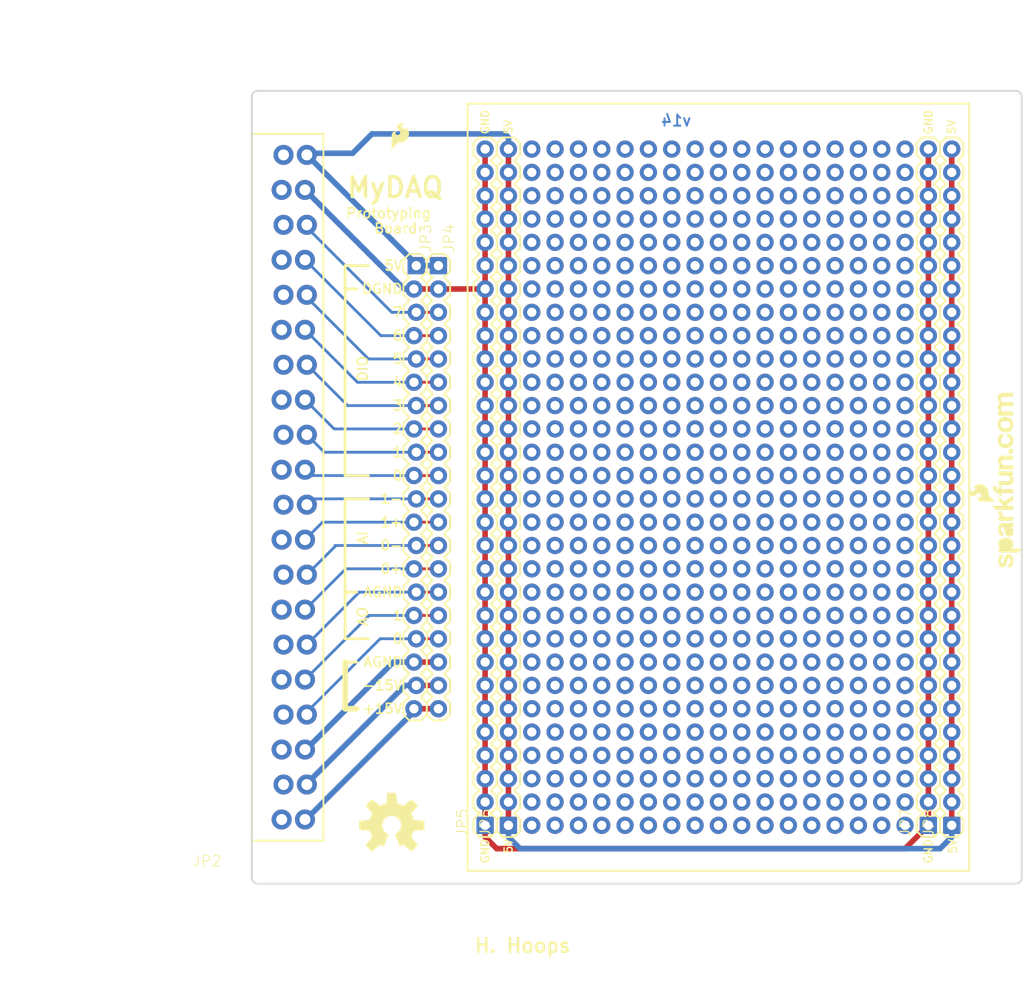
<source format=kicad_pcb>
(kicad_pcb (version 20211014) (generator pcbnew)
  (layers (0 "F.Cu" signal) (31 "B.Cu" signal) (34 "B.Paste" user) (35 "F.Paste" user) (36 "B.SilkS" user "B.Silkscreen") (37 "F.SilkS" user "F.Silkscreen") (38 "B.Mask" user) (39 "F.Mask" user) (44 "Edge.Cuts" user))
  (net 0 "")
  (net 1 "N$215")
  (net 2 "N$216")
  (net 3 "N$217")
  (net 4 "N$220")
  (net 5 "N$221")
  (net 6 "N$222")
  (net 7 "N$223")
  (net 8 "N$224")
  (net 9 "N$225")
  (net 10 "N$226")
  (net 11 "N$227")
  (net 12 "N$228")
  (net 13 "N$229")
  (net 14 "N$230")
  (net 15 "N$231")
  (net 16 "N$232")
  (net 17 "N$233")
  (net 18 "N$234")
  (net 19 "N$237")
  (net 20 "N$238")
  (net 21 "N$239")
  (net 22 "N$240")
  (net 23 "N$241")
  (net 24 "N$242")
  (net 25 "N$243")
  (net 26 "N$244")
  (net 27 "N$245")
  (net 28 "N$246")
  (net 29 "N$247")
  (net 30 "N$248")
  (net 31 "N$255")
  (net 32 "N$256")
  (net 33 "N$258")
  (net 34 "N$259")
  (net 35 "N$263")
  (net 36 "N$264")
  (net 37 "N$265")
  (net 38 "N$266")
  (net 39 "N$267")
  (net 40 "N$268")
  (net 41 "N$269")
  (net 42 "N$270")
  (net 43 "N$271")
  (net 44 "N$272")
  (net 45 "N$273")
  (net 46 "N$274")
  (net 47 "N$275")
  (net 48 "N$276")
  (net 49 "N$277")
  (net 50 "N$280")
  (net 51 "N$281")
  (net 52 "N$282")
  (net 53 "N$283")
  (net 54 "N$284")
  (net 55 "N$285")
  (net 56 "N$286")
  (net 57 "N$287")
  (net 58 "N$288")
  (net 59 "N$289")
  (net 60 "N$290")
  (net 61 "N$291")
  (net 62 "N$292")
  (net 63 "N$293")
  (net 64 "N$294")
  (net 65 "N$297")
  (net 66 "N$298")
  (net 67 "N$299")
  (net 68 "N$300")
  (net 69 "N$301")
  (net 70 "N$302")
  (net 71 "N$303")
  (net 72 "N$304")
  (net 73 "N$305")
  (net 74 "N$306")
  (net 75 "N$307")
  (net 76 "N$308")
  (net 77 "N$309")
  (net 78 "N$310")
  (net 79 "N$311")
  (net 80 "N$312")
  (net 81 "N$313")
  (net 82 "N$315")
  (net 83 "N$316")
  (net 84 "N$318")
  (net 85 "N$319")
  (net 86 "N$323")
  (net 87 "N$324")
  (net 88 "N$325")
  (net 89 "N$326")
  (net 90 "N$327")
  (net 91 "N$328")
  (net 92 "N$329")
  (net 93 "N$330")
  (net 94 "N$331")
  (net 95 "N$332")
  (net 96 "N$333")
  (net 97 "N$334")
  (net 98 "N$335")
  (net 99 "N$336")
  (net 100 "N$337")
  (net 101 "N$340")
  (net 102 "N$341")
  (net 103 "N$342")
  (net 104 "N$343")
  (net 105 "N$344")
  (net 106 "N$345")
  (net 107 "N$346")
  (net 108 "N$347")
  (net 109 "N$348")
  (net 110 "N$349")
  (net 111 "N$350")
  (net 112 "N$351")
  (net 113 "N$352")
  (net 114 "N$353")
  (net 115 "N$354")
  (net 116 "N$357")
  (net 117 "N$358")
  (net 118 "N$359")
  (net 119 "N$360")
  (net 120 "N$361")
  (net 121 "N$362")
  (net 122 "N$363")
  (net 123 "N$364")
  (net 124 "N$365")
  (net 125 "N$366")
  (net 126 "N$367")
  (net 127 "N$368")
  (net 128 "N$369")
  (net 129 "N$370")
  (net 130 "N$371")
  (net 131 "N$372")
  (net 132 "N$373")
  (net 133 "N$375")
  (net 134 "N$376")
  (net 135 "N$378")
  (net 136 "N$379")
  (net 137 "N$383")
  (net 138 "N$384")
  (net 139 "N$385")
  (net 140 "N$386")
  (net 141 "N$387")
  (net 142 "N$388")
  (net 143 "N$389")
  (net 144 "N$390")
  (net 145 "N$391")
  (net 146 "N$392")
  (net 147 "N$393")
  (net 148 "N$394")
  (net 149 "N$395")
  (net 150 "N$396")
  (net 151 "N$397")
  (net 152 "N$400")
  (net 153 "N$401")
  (net 154 "N$402")
  (net 155 "N$403")
  (net 156 "N$404")
  (net 157 "N$405")
  (net 158 "N$406")
  (net 159 "N$407")
  (net 160 "N$408")
  (net 161 "N$409")
  (net 162 "N$410")
  (net 163 "N$411")
  (net 164 "N$412")
  (net 165 "N$413")
  (net 166 "N$414")
  (net 167 "N$417")
  (net 168 "N$418")
  (net 169 "N$419")
  (net 170 "N$420")
  (net 171 "N$421")
  (net 172 "N$422")
  (net 173 "N$423")
  (net 174 "N$424")
  (net 175 "N$425")
  (net 176 "N$426")
  (net 177 "N$427")
  (net 178 "N$428")
  (net 179 "N$429")
  (net 180 "N$430")
  (net 181 "N$431")
  (net 182 "N$432")
  (net 183 "N$433")
  (net 184 "N$435")
  (net 185 "N$436")
  (net 186 "N$438")
  (net 187 "N$439")
  (net 188 "N$443")
  (net 189 "N$444")
  (net 190 "N$445")
  (net 191 "N$446")
  (net 192 "N$447")
  (net 193 "N$448")
  (net 194 "N$449")
  (net 195 "N$450")
  (net 196 "N$451")
  (net 197 "N$452")
  (net 198 "N$453")
  (net 199 "N$454")
  (net 200 "N$455")
  (net 201 "N$456")
  (net 202 "N$457")
  (net 203 "N$460")
  (net 204 "N$461")
  (net 205 "N$462")
  (net 206 "N$463")
  (net 207 "N$464")
  (net 208 "N$465")
  (net 209 "N$466")
  (net 210 "N$467")
  (net 211 "N$468")
  (net 212 "N$469")
  (net 213 "N$470")
  (net 214 "N$471")
  (net 215 "N$472")
  (net 216 "N$473")
  (net 217 "N$474")
  (net 218 "N$477")
  (net 219 "N$478")
  (net 220 "N$479")
  (net 221 "N$480")
  (net 222 "N$481")
  (net 223 "N$482")
  (net 224 "N$483")
  (net 225 "N$484")
  (net 226 "N$485")
  (net 227 "N$486")
  (net 228 "N$487")
  (net 229 "N$488")
  (net 230 "N$489")
  (net 231 "N$490")
  (net 232 "N$491")
  (net 233 "N$492")
  (net 234 "N$493")
  (net 235 "N$495")
  (net 236 "N$496")
  (net 237 "N$498")
  (net 238 "N$499")
  (net 239 "N$503")
  (net 240 "N$504")
  (net 241 "N$505")
  (net 242 "N$506")
  (net 243 "N$507")
  (net 244 "N$508")
  (net 245 "N$509")
  (net 246 "N$510")
  (net 247 "N$511")
  (net 248 "N$512")
  (net 249 "N$513")
  (net 250 "N$514")
  (net 251 "N$515")
  (net 252 "N$516")
  (net 253 "N$517")
  (net 254 "N$520")
  (net 255 "N$521")
  (net 256 "N$522")
  (net 257 "N$523")
  (net 258 "N$524")
  (net 259 "N$525")
  (net 260 "N$526")
  (net 261 "N$527")
  (net 262 "N$528")
  (net 263 "N$529")
  (net 264 "N$530")
  (net 265 "N$531")
  (net 266 "N$532")
  (net 267 "N$533")
  (net 268 "N$534")
  (net 269 "N$537")
  (net 270 "N$538")
  (net 271 "N$539")
  (net 272 "N$540")
  (net 273 "N$541")
  (net 274 "N$542")
  (net 275 "N$543")
  (net 276 "N$544")
  (net 277 "N$545")
  (net 278 "N$546")
  (net 279 "N$547")
  (net 280 "N$548")
  (net 281 "N$549")
  (net 282 "N$550")
  (net 283 "N$551")
  (net 284 "N$552")
  (net 285 "N$553")
  (net 286 "N$555")
  (net 287 "N$556")
  (net 288 "N$558")
  (net 289 "N$559")
  (net 290 "N$777")
  (net 291 "N$778")
  (net 292 "N$779")
  (net 293 "N$782")
  (net 294 "N$783")
  (net 295 "N$784")
  (net 296 "N$785")
  (net 297 "N$786")
  (net 298 "N$787")
  (net 299 "N$788")
  (net 300 "N$789")
  (net 301 "N$790")
  (net 302 "N$791")
  (net 303 "N$792")
  (net 304 "N$793")
  (net 305 "N$794")
  (net 306 "N$795")
  (net 307 "N$799")
  (net 308 "N$800")
  (net 309 "N$801")
  (net 310 "N$802")
  (net 311 "N$803")
  (net 312 "N$804")
  (net 313 "N$805")
  (net 314 "N$806")
  (net 315 "N$807")
  (net 316 "N$808")
  (net 317 "N$809")
  (net 318 "N$810")
  (net 319 "N$811")
  (net 320 "N$812")
  (net 321 "N$813")
  (net 322 "N$816")
  (net 323 "N$817")
  (net 324 "N$818")
  (net 325 "N$819")
  (net 326 "N$820")
  (net 327 "N$821")
  (net 328 "N$822")
  (net 329 "N$823")
  (net 330 "N$824")
  (net 331 "N$825")
  (net 332 "N$826")
  (net 333 "N$827")
  (net 334 "N$828")
  (net 335 "N$829")
  (net 336 "N$830")
  (net 337 "N$833")
  (net 338 "N$834")
  (net 339 "N$835")
  (net 340 "N$836")
  (net 341 "N$837")
  (net 342 "N$838")
  (net 343 "N$839")
  (net 344 "N$840")
  (net 345 "N$841")
  (net 346 "N$842")
  (net 347 "N$843")
  (net 348 "N$844")
  (net 349 "N$845")
  (net 350 "N$846")
  (net 351 "N$847")
  (net 352 "N$848")
  (net 353 "N$849")
  (net 354 "N$851")
  (net 355 "N$852")
  (net 356 "N$854")
  (net 357 "N$855")
  (net 358 "5V")
  (net 359 "GND")
  (net 360 "+15V")
  (net 361 "-15V")
  (net 362 "AO0")
  (net 363 "AO1")
  (net 364 "AGND_IO")
  (net 365 "AI0+")
  (net 366 "AI0-")
  (net 367 "AI1+")
  (net 368 "AI1-")
  (net 369 "DIO0")
  (net 370 "DIO1")
  (net 371 "DIO2")
  (net 372 "DIO3")
  (net 373 "DIO4")
  (net 374 "DIO5")
  (net 375 "DIO6")
  (net 376 "DIO7")
  (net 377 "N$1")
  (net 378 "N$2")
  (net 379 "N$3")
  (net 380 "N$4")
  (net 381 "N$5")
  (net 382 "N$6")
  (net 383 "N$7")
  (net 384 "N$8")
  (net 385 "N$9")
  (net 386 "N$10")
  (net 387 "N$11")
  (net 388 "N$12")
  (net 389 "N$13")
  (net 390 "N$14")
  (net 391 "N$15")
  (net 392 "N$16")
  (net 393 "N$17")
  (net 394 "N$18")
  (net 395 "N$19")
  (net 396 "N$20")
  (net 397 "N$21")
  (net 398 "N$22")
  (net 399 "N$23")
  (net 400 "N$24")
  (net 401 "N$25")
  (net 402 "N$26")
  (net 403 "N$27")
  (net 404 "N$28")
  (net 405 "N$29")
  (net 406 "N$30")
  (net 407 "N$31")
  (net 408 "N$32")
  (net 409 "N$33")
  (net 410 "N$34")
  (net 411 "N$35")
  (net 412 "N$36")
  (net 413 "N$37")
  (net 414 "N$38")
  (net 415 "N$39")
  (net 416 "N$40")
  (net 417 "N$41")
  (net 418 "N$42")
  (net 419 "N$43")
  (net 420 "N$44")
  (net 421 "N$45")
  (net 422 "N$46")
  (net 423 "N$47")
  (net 424 "N$48")
  (net 425 "N$49")
  (net 426 "N$50")
  (net 427 "N$51")
  (net 428 "N$52")
  (net 429 "N$53")
  (net 430 "N$54")
  (net 431 "N$55")
  (net 432 "N$56")
  (net 433 "N$57")
  (net 434 "N$58")
  (net 435 "N$59")
  (net 436 "N$60")
  (net 437 "N$61")
  (net 438 "N$62")
  (net 439 "N$63")
  (net 440 "N$64")
  (net 441 "N$65")
  (net 442 "N$66")
  (net 443 "N$67")
  (net 444 "N$68")
  (net 445 "N$69")
  (net 446 "N$70")
  (net 447 "N$71")
  (net 448 "N$72")
  (net 449 "N$73")
  (net 450 "N$74")
  (net 451 "N$75")
  (net 452 "N$76")
  (net 453 "N$77")
  (net 454 "N$78")
  (net 455 "N$79")
  (net 456 "N$80")
  (net 457 "N$81")
  (net 458 "N$82")
  (net 459 "N$83")
  (net 460 "N$84")
  (net 461 "N$85")
  (net 462 "N$86")
  (net 463 "N$87")
  (net 464 "N$88")
  (net 465 "N$89")
  (net 466 "N$90")
  (net 467 "N$91")
  (net 468 "N$92")
  (net 469 "N$93")
  (net 470 "N$94")
  (net 471 "N$95")
  (net 472 "N$96")
  (net 473 "N$97")
  (net 474 "N$98")
  (net 475 "N$99")
  (net 476 "N$100")
  (net 477 "N$101")
  (net 478 "N$102")
  (net 479 "N$103")
  (net 480 "N$104")
  (net 481 "N$105")
  (net 482 "N$106")
  (net 483 "N$107")
  (net 484 "N$108")
  (net 485 "N$109")
  (net 486 "N$110")
  (net 487 "N$111")
  (net 488 "N$112")
  (net 489 "N$113")
  (net 490 "N$114")
  (net 491 "N$115")
  (net 492 "N$116")
  (net 493 "N$117")
  (net 494 "N$118")
  (net 495 "N$119")
  (net 496 "N$120")
  (net 497 "N$121")
  (net 498 "N$122")
  (net 499 "N$123")
  (net 500 "N$124")
  (net 501 "N$125")
  (net 502 "N$126")
  (net 503 "N$127")
  (net 504 "N$128")
  (net 505 "N$129")
  (net 506 "N$130")
  (net 507 "N$131")
  (net 508 "N$132")
  (net 509 "N$133")
  (net 510 "N$134")
  (net 511 "N$135")
  (net 512 "N$136")
  (net 513 "N$137")
  (net 514 "N$138")
  (net 515 "N$139")
  (net 516 "N$140")
  (net 517 "N$141")
  (net 518 "N$142")
  (net 519 "N$143")
  (net 520 "N$144")
  (net 521 "N$145")
  (net 522 "N$146")
  (net 523 "N$147")
  (net 524 "N$148")
  (net 525 "N$149")
  (net 526 "N$150")
  (net 527 "N$151")
  (net 528 "N$152")
  (net 529 "N$153")
  (net 530 "AGND_15V")
  (footprint "boardEagle:SFE-LOGO-FLAME" (layer "F.Cu") (at 121.8311 68.1736)
    (fp_text reference "LOGO2" hide)
    (fp_text value "LOGO-SFESK" hide)
  )
  (footprint "boardEagle:1X30" (layer "F.Cu") (at 134.5311 141.8336 90)
    (fp_text reference "JP6")
    (fp_text value "M30")
  )
  (footprint "boardEagle:OSHW-LOGO-L" (layer "F.Cu") (at 121.8311 141.8336)
    (fp_text reference "LOGO1" hide)
    (fp_text value "OSHW-LOGOL" hide)
  )
  (footprint "boardEagle:CREATIVE_COMMONS" (layer "F.Cu") (at 99.498979 155.8036)
    (fp_text reference "FRAME2" hide)
    (fp_text value "FRAME-LETTER" hide)
  )
  (footprint "boardEagle:1X30" (layer "F.Cu") (at 131.9911 141.8336 90)
    (fp_text reference "JP5")
    (fp_text value "M30")
  )
  (footprint "boardEagle:1X30" (layer "F.Cu") (at 180.2511 141.8336 90)
    (fp_text reference "JP7")
    (fp_text value "M30")
  )
  (footprint "boardEagle:REVISION" (layer "F.Cu") (at 111.0361 158.7246)
    (fp_text reference "U$3" hide)
    (fp_text value "REVISION" hide)
  )
  (footprint "boardEagle:BREADBOARD_CLEAR" (layer "F.Cu") (at 157.3911 105.0036 90)
    (fp_text reference "U1" hide)
    (fp_text value "BREADBOARDCLEAR" hide)
  )
  (footprint "boardEagle:SFE-NEW-WEBLOGO" (layer "F.Cu") (at 190.4111 113.7666 90)
    (fp_text reference "JP1" hide)
    (fp_text value "LOGO-SFENEW" hide)
  )
  (footprint "boardEagle:3.81MM_TERMINAL_BLOCK_FEMALE_LOCKING" (layer "F.Cu") (at 107.8611 105.0036)
    (fp_text reference "JP2")
    (fp_text value "MYDAQ" hide)
  )
  (footprint "boardEagle:1X20_LOCK" (layer "F.Cu") (at 124.3711 80.8736 -90)
    (fp_text reference "JP3")
    (fp_text value "M20_LOCKINGFEMALE_LOCK.009")
  )
  (footprint "boardEagle:1X30" (layer "F.Cu") (at 182.7911 141.8336 90)
    (fp_text reference "JP8")
    (fp_text value "M30")
  )
  (footprint "boardEagle:1X20" (layer "F.Cu") (at 126.9111 80.8736 -90)
    (fp_text reference "JP4")
    (fp_text value "M20")
  )
  (gr_line (start 116.7511 83.4136) (end 118.0211 83.4136) (layer "F.SilkS") (width 0.3048))
  (gr_line (start 119.2911 121.5136) (end 116.7511 121.5136) (layer "F.SilkS") (width 0.3048))
  (gr_line (start 116.7511 106.2736) (end 119.2911 106.2736) (layer "F.SilkS") (width 0.3048))
  (gr_line (start 116.7511 116.4336) (end 118.0211 116.4336) (layer "F.SilkS") (width 0.3048))
  (gr_line (start 116.7511 116.4336) (end 116.7511 106.2736) (layer "F.SilkS") (width 0.3048))
  (gr_line (start 116.7511 80.8736) (end 119.2911 80.8736) (layer "F.SilkS") (width 0.3048))
  (gr_line (start 116.7511 83.4136) (end 116.7511 103.7336) (layer "F.SilkS") (width 0.3048))
  (gr_line (start 116.7511 129.1336) (end 116.7511 124.0536) (layer "F.SilkS") (width 0.6096))
  (gr_line (start 116.7511 121.5136) (end 116.7511 116.4336) (layer "F.SilkS") (width 0.3048))
  (gr_line (start 118.0211 129.1336) (end 116.7511 129.1336) (layer "F.SilkS") (width 0.6096))
  (gr_line (start 116.7511 103.7336) (end 119.2911 103.7336) (layer "F.SilkS") (width 0.3048))
  (gr_line (start 116.7511 80.8736) (end 116.7511 83.4136) (layer "F.SilkS") (width 0.3048))
  (gr_line (start 116.7511 124.0536) (end 118.0211 124.0536) (layer "F.SilkS") (width 0.3048))
  (gr_arc (start 106.5911 62.4586) (mid 106.777087 62.009587) (end 107.2261 61.8236) (layer "Edge.Cuts") (width 0.2032))
  (gr_arc (start 189.7761 61.8236) (mid 190.225113 62.009587) (end 190.4111 62.4586) (layer "Edge.Cuts") (width 0.2032))
  (gr_line (start 189.7761 61.8236) (end 107.2261 61.8236) (layer "Edge.Cuts") (width 0.2032))
  (gr_arc (start 107.2261 148.1836) (mid 106.777087 147.997613) (end 106.5911 147.5486) (layer "Edge.Cuts") (width 0.2032))
  (gr_line (start 190.4111 147.5486) (end 190.4111 62.4586) (layer "Edge.Cuts") (width 0.2032))
  (gr_line (start 106.5911 62.4586) (end 106.5911 147.5486) (layer "Edge.Cuts") (width 0.2032))
  (gr_line (start 107.2261 148.1836) (end 189.7761 148.1836) (layer "Edge.Cuts") (width 0.2032))
  (gr_arc (start 190.4111 147.5486) (mid 190.225113 147.997613) (end 189.7761 148.1836) (layer "Edge.Cuts") (width 0.2032))
  (gr_text "v14" (at 151.0411 64.3636) (layer "B.Cu") (effects (font (size 1.20904 1.20904) (thickness 0.21336)) (justify right top mirror)))
  (gr_text "5V" (at 135.0391 66.6496 90) (layer "F.SilkS") (effects (font (size 0.8636 0.8636) (thickness 0.1524)) (justify left bottom)))
  (gr_text "1" (at 123.1011 118.3386) (layer "F.SilkS") (effects (font (size 1.0795 1.0795) (thickness 0.1905)) (justify right top)))
  (gr_text "0-" (at 123.1011 110.7186) (layer "F.SilkS") (effects (font (size 1.0795 1.0795) (thickness 0.1905)) (justify right top)))
  (gr_text "0" (at 123.1011 103.0986) (layer "F.SilkS") (effects (font (size 1.0795 1.0795) (thickness 0.1905)) (justify right top)))
  (gr_text "5V" (at 134.0231 143.2306 90) (layer "F.SilkS") (effects (font (size 0.8636 0.8636) (thickness 0.1524)) (justify right top)))
  (gr_text "MyDAQ" (at 116.7511 73.6346) (layer "F.SilkS") (effects (font (size 2.159 2.159) (thickness 0.381)) (justify left bottom)))
  (gr_text "H. Hoops" (at 130.7211 155.8036) (layer "F.SilkS") (effects (font (size 1.5113 1.5113) (thickness 0.2667)) (justify left bottom)))
  (gr_text "AI" (at 119.2911 111.3536 90) (layer "F.SilkS") (effects (font (size 1.0795 1.0795) (thickness 0.1905)) (justify left bottom)))
  (gr_text "5V" (at 183.2991 66.6496 90) (layer "F.SilkS") (effects (font (size 0.8636 0.8636) (thickness 0.1524)) (justify left bottom)))
  (gr_text "2" (at 123.1011 98.0186) (layer "F.SilkS") (effects (font (size 1.0795 1.0795) (thickness 0.1905)) (justify right top)))
  (gr_text "AGND" (at 123.1011 123.4186) (layer "F.SilkS") (effects (font (size 1.0795 1.0795) (thickness 0.1905)) (justify right top)))
  (gr_text "-15V" (at 123.1011 125.9586) (layer "F.SilkS") (effects (font (size 1.0795 1.0795) (thickness 0.1905)) (justify right top)))
  (gr_text "5V" (at 123.1011 80.2386) (layer "F.SilkS") (effects (font (size 1.0795 1.0795) (thickness 0.1905)) (justify right top)))
  (gr_text "5V" (at 182.4101 143.2306 90) (layer "F.SilkS") (effects (font (size 0.8636 0.8636) (thickness 0.1524)) (justify right top)))
  (gr_text "AGND" (at 123.1011 115.7986) (layer "F.SilkS") (effects (font (size 1.0795 1.0795) (thickness 0.1905)) (justify right top)))
  (gr_text "DGND" (at 123.1011 82.7786) (layer "F.SilkS") (effects (font (size 1.0795 1.0795) (thickness 0.1905)) (justify right top)))
  (gr_text "GND" (at 132.4991 66.6496 90) (layer "F.SilkS") (effects (font (size 0.8636 0.8636) (thickness 0.1524)) (justify left bottom)))
  (gr_text "1+" (at 123.1011 108.1786) (layer "F.SilkS") (effects (font (size 1.0795 1.0795) (thickness 0.1905)) (justify right top)))
  (gr_text "5" (at 123.1011 90.3986) (layer "F.SilkS") (effects (font (size 1.0795 1.0795) (thickness 0.1905)) (justify right top)))
  (gr_text "Board" (at 119.7991 77.4446) (layer "F.SilkS") (effects (font (size 1.0795 1.0795) (thickness 0.1905)) (justify left bottom)))
  (gr_text "+15V" (at 123.1011 128.4986) (layer "F.SilkS") (effects (font (size 1.0795 1.0795) (thickness 0.1905)) (justify right top)))
  (gr_text "7" (at 123.1011 85.3186) (layer "F.SilkS") (effects (font (size 1.0795 1.0795) (thickness 0.1905)) (justify right top)))
  (gr_text "4" (at 123.1011 92.9386) (layer "F.SilkS") (effects (font (size 1.0795 1.0795) (thickness 0.1905)) (justify right top)))
  (gr_text "1" (at 123.1011 100.5586) (layer "F.SilkS") (effects (font (size 1.0795 1.0795) (thickness 0.1905)) (justify right top)))
  (gr_text "GND" (at 131.4831 143.2306 90) (layer "F.SilkS") (effects (font (size 0.8636 0.8636) (thickness 0.1524)) (justify right top)))
  (gr_text "DIO" (at 119.2911 93.5736 90) (layer "F.SilkS") (effects (font (size 1.0795 1.0795) (thickness 0.1905)) (justify left bottom)))
  (gr_text "1-" (at 123.1011 105.6386) (layer "F.SilkS") (effects (font (size 1.0795 1.0795) (thickness 0.1905)) (justify right top)))
  (gr_text "GND" (at 179.7431 143.2306 90) (layer "F.SilkS") (effects (font (size 0.8636 0.8636) (thickness 0.1524)) (justify right top)))
  (gr_text "GND" (at 180.7591 66.6496 90) (layer "F.SilkS") (effects (font (size 0.8636 0.8636) (thickness 0.1524)) (justify left bottom)))
  (gr_text "AO" (at 119.2911 120.2436 90) (layer "F.SilkS") (effects (font (size 1.0795 1.0795) (thickness 0.1905)) (justify left bottom)))
  (gr_text "0" (at 123.1011 120.8786) (layer "F.SilkS") (effects (font (size 1.0795 1.0795) (thickness 0.1905)) (justify right top)))
  (gr_text "0+" (at 123.1011 113.2586) (layer "F.SilkS") (effects (font (size 1.0795 1.0795) (thickness 0.1905)) (justify right top)))
  (gr_text "Prototyping" (at 116.7511 75.7936) (layer "F.SilkS") (effects (font (size 1.0795 1.0795) (thickness 0.1905)) (justify left bottom)))
  (gr_text "6" (at 123.1011 87.8586) (layer "F.SilkS") (effects (font (size 1.0795 1.0795) (thickness 0.1905)) (justify right top)))
  (gr_text "3" (at 123.1011 95.4786) (layer "F.SilkS") (effects (font (size 1.0795 1.0795) (thickness 0.1905)) (justify right top)))
  (via (at 172.6311 93.5736) (size 1.8796) (drill 1.016) (layers "F.Cu" "B.Cu") (net 1))
  (via (at 170.0911 93.5736) (size 1.8796) (drill 1.016) (layers "F.Cu" "B.Cu") (net 2))
  (via (at 167.5511 93.5736) (size 1.8796) (drill 1.016) (layers "F.Cu" "B.Cu") (net 3))
  (via (at 137.0711 91.0336) (size 1.8796) (drill 1.016) (layers "F.Cu" "B.Cu") (net 4))
  (via (at 139.6111 91.0336) (size 1.8796) (drill 1.016) (layers "F.Cu" "B.Cu") (net 5))
  (via (at 142.1511 91.0336) (size 1.8796) (drill 1.016) (layers "F.Cu" "B.Cu") (net 6))
  (via (at 144.6911 91.0336) (size 1.8796) (drill 1.016) (layers "F.Cu" "B.Cu") (net 7))
  (via (at 147.2311 91.0336) (size 1.8796) (drill 1.016) (layers "F.Cu" "B.Cu") (net 8))
  (via (at 149.7711 91.0336) (size 1.8796) (drill 1.016) (layers "F.Cu" "B.Cu") (net 9))
  (via (at 152.3111 91.0336) (size 1.8796) (drill 1.016) (layers "F.Cu" "B.Cu") (net 10))
  (via (at 154.8511 91.0336) (size 1.8796) (drill 1.016) (layers "F.Cu" "B.Cu") (net 11))
  (via (at 157.3911 91.0336) (size 1.8796) (drill 1.016) (layers "F.Cu" "B.Cu") (net 12))
  (via (at 159.9311 91.0336) (size 1.8796) (drill 1.016) (layers "F.Cu" "B.Cu") (net 13))
  (via (at 162.4711 91.0336) (size 1.8796) (drill 1.016) (layers "F.Cu" "B.Cu") (net 14))
  (via (at 165.0111 91.0336) (size 1.8796) (drill 1.016) (layers "F.Cu" "B.Cu") (net 15))
  (via (at 172.6311 91.0336) (size 1.8796) (drill 1.016) (layers "F.Cu" "B.Cu") (net 16))
  (via (at 170.0911 91.0336) (size 1.8796) (drill 1.016) (layers "F.Cu" "B.Cu") (net 17))
  (via (at 167.5511 91.0336) (size 1.8796) (drill 1.016) (layers "F.Cu" "B.Cu") (net 18))
  (via (at 137.0711 93.5736) (size 1.8796) (drill 1.016) (layers "F.Cu" "B.Cu") (net 19))
  (via (at 139.6111 93.5736) (size 1.8796) (drill 1.016) (layers "F.Cu" "B.Cu") (net 20))
  (via (at 142.1511 93.5736) (size 1.8796) (drill 1.016) (layers "F.Cu" "B.Cu") (net 21))
  (via (at 144.6911 93.5736) (size 1.8796) (drill 1.016) (layers "F.Cu" "B.Cu") (net 22))
  (via (at 147.2311 93.5736) (size 1.8796) (drill 1.016) (layers "F.Cu" "B.Cu") (net 23))
  (via (at 149.7711 93.5736) (size 1.8796) (drill 1.016) (layers "F.Cu" "B.Cu") (net 24))
  (via (at 152.3111 93.5736) (size 1.8796) (drill 1.016) (layers "F.Cu" "B.Cu") (net 25))
  (via (at 154.8511 93.5736) (size 1.8796) (drill 1.016) (layers "F.Cu" "B.Cu") (net 26))
  (via (at 157.3911 93.5736) (size 1.8796) (drill 1.016) (layers "F.Cu" "B.Cu") (net 27))
  (via (at 159.9311 93.5736) (size 1.8796) (drill 1.016) (layers "F.Cu" "B.Cu") (net 28))
  (via (at 162.4711 93.5736) (size 1.8796) (drill 1.016) (layers "F.Cu" "B.Cu") (net 29))
  (via (at 165.0111 93.5736) (size 1.8796) (drill 1.016) (layers "F.Cu" "B.Cu") (net 30))
  (via (at 175.1711 91.0336) (size 1.8796) (drill 1.016) (layers "F.Cu" "B.Cu") (net 31))
  (via (at 177.7111 91.0336) (size 1.8796) (drill 1.016) (layers "F.Cu" "B.Cu") (net 32))
  (via (at 175.1711 93.5736) (size 1.8796) (drill 1.016) (layers "F.Cu" "B.Cu") (net 33))
  (via (at 177.7111 93.5736) (size 1.8796) (drill 1.016) (layers "F.Cu" "B.Cu") (net 34))
  (via (at 137.0711 96.1136) (size 1.8796) (drill 1.016) (layers "F.Cu" "B.Cu") (net 35))
  (via (at 139.6111 96.1136) (size 1.8796) (drill 1.016) (layers "F.Cu" "B.Cu") (net 36))
  (via (at 142.1511 96.1136) (size 1.8796) (drill 1.016) (layers "F.Cu" "B.Cu") (net 37))
  (via (at 144.6911 96.1136) (size 1.8796) (drill 1.016) (layers "F.Cu" "B.Cu") (net 38))
  (via (at 147.2311 96.1136) (size 1.8796) (drill 1.016) (layers "F.Cu" "B.Cu") (net 39))
  (via (at 149.7711 96.1136) (size 1.8796) (drill 1.016) (layers "F.Cu" "B.Cu") (net 40))
  (via (at 152.3111 96.1136) (size 1.8796) (drill 1.016) (layers "F.Cu" "B.Cu") (net 41))
  (via (at 154.8511 96.1136) (size 1.8796) (drill 1.016) (layers "F.Cu" "B.Cu") (net 42))
  (via (at 157.3911 96.1136) (size 1.8796) (drill 1.016) (layers "F.Cu" "B.Cu") (net 43))
  (via (at 159.9311 96.1136) (size 1.8796) (drill 1.016) (layers "F.Cu" "B.Cu") (net 44))
  (via (at 162.4711 96.1136) (size 1.8796) (drill 1.016) (layers "F.Cu" "B.Cu") (net 45))
  (via (at 165.0111 96.1136) (size 1.8796) (drill 1.016) (layers "F.Cu" "B.Cu") (net 46))
  (via (at 172.6311 101.1936) (size 1.8796) (drill 1.016) (layers "F.Cu" "B.Cu") (net 47))
  (via (at 170.0911 101.1936) (size 1.8796) (drill 1.016) (layers "F.Cu" "B.Cu") (net 48))
  (via (at 167.5511 101.1936) (size 1.8796) (drill 1.016) (layers "F.Cu" "B.Cu") (net 49))
  (via (at 137.0711 98.6536) (size 1.8796) (drill 1.016) (layers "F.Cu" "B.Cu") (net 50))
  (via (at 139.6111 98.6536) (size 1.8796) (drill 1.016) (layers "F.Cu" "B.Cu") (net 51))
  (via (at 142.1511 98.6536) (size 1.8796) (drill 1.016) (layers "F.Cu" "B.Cu") (net 52))
  (via (at 144.6911 98.6536) (size 1.8796) (drill 1.016) (layers "F.Cu" "B.Cu") (net 53))
  (via (at 147.2311 98.6536) (size 1.8796) (drill 1.016) (layers "F.Cu" "B.Cu") (net 54))
  (via (at 149.7711 98.6536) (size 1.8796) (drill 1.016) (layers "F.Cu" "B.Cu") (net 55))
  (via (at 152.3111 98.6536) (size 1.8796) (drill 1.016) (layers "F.Cu" "B.Cu") (net 56))
  (via (at 154.8511 98.6536) (size 1.8796) (drill 1.016) (layers "F.Cu" "B.Cu") (net 57))
  (via (at 157.3911 98.6536) (size 1.8796) (drill 1.016) (layers "F.Cu" "B.Cu") (net 58))
  (via (at 159.9311 98.6536) (size 1.8796) (drill 1.016) (layers "F.Cu" "B.Cu") (net 59))
  (via (at 162.4711 98.6536) (size 1.8796) (drill 1.016) (layers "F.Cu" "B.Cu") (net 60))
  (via (at 165.0111 98.6536) (size 1.8796) (drill 1.016) (layers "F.Cu" "B.Cu") (net 61))
  (via (at 172.6311 98.6536) (size 1.8796) (drill 1.016) (layers "F.Cu" "B.Cu") (net 62))
  (via (at 170.0911 98.6536) (size 1.8796) (drill 1.016) (layers "F.Cu" "B.Cu") (net 63))
  (via (at 167.5511 98.6536) (size 1.8796) (drill 1.016) (layers "F.Cu" "B.Cu") (net 64))
  (via (at 137.0711 101.1936) (size 1.8796) (drill 1.016) (layers "F.Cu" "B.Cu") (net 65))
  (via (at 139.6111 101.1936) (size 1.8796) (drill 1.016) (layers "F.Cu" "B.Cu") (net 66))
  (via (at 142.1511 101.1936) (size 1.8796) (drill 1.016) (layers "F.Cu" "B.Cu") (net 67))
  (via (at 144.6911 101.1936) (size 1.8796) (drill 1.016) (layers "F.Cu" "B.Cu") (net 68))
  (via (at 147.2311 101.1936) (size 1.8796) (drill 1.016) (layers "F.Cu" "B.Cu") (net 69))
  (via (at 149.7711 101.1936) (size 1.8796) (drill 1.016) (layers "F.Cu" "B.Cu") (net 70))
  (via (at 152.3111 101.1936) (size 1.8796) (drill 1.016) (layers "F.Cu" "B.Cu") (net 71))
  (via (at 154.8511 101.1936) (size 1.8796) (drill 1.016) (layers "F.Cu" "B.Cu") (net 72))
  (via (at 157.3911 101.1936) (size 1.8796) (drill 1.016) (layers "F.Cu" "B.Cu") (net 73))
  (via (at 159.9311 101.1936) (size 1.8796) (drill 1.016) (layers "F.Cu" "B.Cu") (net 74))
  (via (at 162.4711 101.1936) (size 1.8796) (drill 1.016) (layers "F.Cu" "B.Cu") (net 75))
  (via (at 165.0111 101.1936) (size 1.8796) (drill 1.016) (layers "F.Cu" "B.Cu") (net 76))
  (via (at 172.6311 96.1136) (size 1.8796) (drill 1.016) (layers "F.Cu" "B.Cu") (net 77))
  (via (at 170.0911 96.1136) (size 1.8796) (drill 1.016) (layers "F.Cu" "B.Cu") (net 78))
  (via (at 167.5511 96.1136) (size 1.8796) (drill 1.016) (layers "F.Cu" "B.Cu") (net 79))
  (via (at 175.1711 96.1136) (size 1.8796) (drill 1.016) (layers "F.Cu" "B.Cu") (net 80))
  (via (at 177.7111 96.1136) (size 1.8796) (drill 1.016) (layers "F.Cu" "B.Cu") (net 81))
  (via (at 175.1711 98.6536) (size 1.8796) (drill 1.016) (layers "F.Cu" "B.Cu") (net 82))
  (via (at 177.7111 98.6536) (size 1.8796) (drill 1.016) (layers "F.Cu" "B.Cu") (net 83))
  (via (at 175.1711 101.1936) (size 1.8796) (drill 1.016) (layers "F.Cu" "B.Cu") (net 84))
  (via (at 177.7111 101.1936) (size 1.8796) (drill 1.016) (layers "F.Cu" "B.Cu") (net 85))
  (via (at 137.0711 103.7336) (size 1.8796) (drill 1.016) (layers "F.Cu" "B.Cu") (net 86))
  (via (at 139.6111 103.7336) (size 1.8796) (drill 1.016) (layers "F.Cu" "B.Cu") (net 87))
  (via (at 142.1511 103.7336) (size 1.8796) (drill 1.016) (layers "F.Cu" "B.Cu") (net 88))
  (via (at 144.6911 103.7336) (size 1.8796) (drill 1.016) (layers "F.Cu" "B.Cu") (net 89))
  (via (at 147.2311 103.7336) (size 1.8796) (drill 1.016) (layers "F.Cu" "B.Cu") (net 90))
  (via (at 149.7711 103.7336) (size 1.8796) (drill 1.016) (layers "F.Cu" "B.Cu") (net 91))
  (via (at 152.3111 103.7336) (size 1.8796) (drill 1.016) (layers "F.Cu" "B.Cu") (net 92))
  (via (at 154.8511 103.7336) (size 1.8796) (drill 1.016) (layers "F.Cu" "B.Cu") (net 93))
  (via (at 157.3911 103.7336) (size 1.8796) (drill 1.016) (layers "F.Cu" "B.Cu") (net 94))
  (via (at 159.9311 103.7336) (size 1.8796) (drill 1.016) (layers "F.Cu" "B.Cu") (net 95))
  (via (at 162.4711 103.7336) (size 1.8796) (drill 1.016) (layers "F.Cu" "B.Cu") (net 96))
  (via (at 165.0111 103.7336) (size 1.8796) (drill 1.016) (layers "F.Cu" "B.Cu") (net 97))
  (via (at 172.6311 108.8136) (size 1.8796) (drill 1.016) (layers "F.Cu" "B.Cu") (net 98))
  (via (at 170.0911 108.8136) (size 1.8796) (drill 1.016) (layers "F.Cu" "B.Cu") (net 99))
  (via (at 167.5511 108.8136) (size 1.8796) (drill 1.016) (layers "F.Cu" "B.Cu") (net 100))
  (via (at 137.0711 106.2736) (size 1.8796) (drill 1.016) (layers "F.Cu" "B.Cu") (net 101))
  (via (at 139.6111 106.2736) (size 1.8796) (drill 1.016) (layers "F.Cu" "B.Cu") (net 102))
  (via (at 142.1511 106.2736) (size 1.8796) (drill 1.016) (layers "F.Cu" "B.Cu") (net 103))
  (via (at 144.6911 106.2736) (size 1.8796) (drill 1.016) (layers "F.Cu" "B.Cu") (net 104))
  (via (at 147.2311 106.2736) (size 1.8796) (drill 1.016) (layers "F.Cu" "B.Cu") (net 105))
  (via (at 149.7711 106.2736) (size 1.8796) (drill 1.016) (layers "F.Cu" "B.Cu") (net 106))
  (via (at 152.3111 106.2736) (size 1.8796) (drill 1.016) (layers "F.Cu" "B.Cu") (net 107))
  (via (at 154.8511 106.2736) (size 1.8796) (drill 1.016) (layers "F.Cu" "B.Cu") (net 108))
  (via (at 157.3911 106.2736) (size 1.8796) (drill 1.016) (layers "F.Cu" "B.Cu") (net 109))
  (via (at 159.9311 106.2736) (size 1.8796) (drill 1.016) (layers "F.Cu" "B.Cu") (net 110))
  (via (at 162.4711 106.2736) (size 1.8796) (drill 1.016) (layers "F.Cu" "B.Cu") (net 111))
  (via (at 165.0111 106.2736) (size 1.8796) (drill 1.016) (layers "F.Cu" "B.Cu") (net 112))
  (via (at 172.6311 106.2736) (size 1.8796) (drill 1.016) (layers "F.Cu" "B.Cu") (net 113))
  (via (at 170.0911 106.2736) (size 1.8796) (drill 1.016) (layers "F.Cu" "B.Cu") (net 114))
  (via (at 167.5511 106.2736) (size 1.8796) (drill 1.016) (layers "F.Cu" "B.Cu") (net 115))
  (via (at 137.0711 108.8136) (size 1.8796) (drill 1.016) (layers "F.Cu" "B.Cu") (net 116))
  (via (at 139.6111 108.8136) (size 1.8796) (drill 1.016) (layers "F.Cu" "B.Cu") (net 117))
  (via (at 142.1511 108.8136) (size 1.8796) (drill 1.016) (layers "F.Cu" "B.Cu") (net 118))
  (via (at 144.6911 108.8136) (size 1.8796) (drill 1.016) (layers "F.Cu" "B.Cu") (net 119))
  (via (at 147.2311 108.8136) (size 1.8796) (drill 1.016) (layers "F.Cu" "B.Cu") (net 120))
  (via (at 149.7711 108.8136) (size 1.8796) (drill 1.016) (layers "F.Cu" "B.Cu") (net 121))
  (via (at 152.3111 108.8136) (size 1.8796) (drill 1.016) (layers "F.Cu" "B.Cu") (net 122))
  (via (at 154.8511 108.8136) (size 1.8796) (drill 1.016) (layers "F.Cu" "B.Cu") (net 123))
  (via (at 157.3911 108.8136) (size 1.8796) (drill 1.016) (layers "F.Cu" "B.Cu") (net 124))
  (via (at 159.9311 108.8136) (size 1.8796) (drill 1.016) (layers "F.Cu" "B.Cu") (net 125))
  (via (at 162.4711 108.8136) (size 1.8796) (drill 1.016) (layers "F.Cu" "B.Cu") (net 126))
  (via (at 165.0111 108.8136) (size 1.8796) (drill 1.016) (layers "F.Cu" "B.Cu") (net 127))
  (via (at 172.6311 103.7336) (size 1.8796) (drill 1.016) (layers "F.Cu" "B.Cu") (net 128))
  (via (at 170.0911 103.7336) (size 1.8796) (drill 1.016) (layers "F.Cu" "B.Cu") (net 129))
  (via (at 167.5511 103.7336) (size 1.8796) (drill 1.016) (layers "F.Cu" "B.Cu") (net 130))
  (via (at 175.1711 103.7336) (size 1.8796) (drill 1.016) (layers "F.Cu" "B.Cu") (net 131))
  (via (at 177.7111 103.7336) (size 1.8796) (drill 1.016) (layers "F.Cu" "B.Cu") (net 132))
  (via (at 175.1711 106.2736) (size 1.8796) (drill 1.016) (layers "F.Cu" "B.Cu") (net 133))
  (via (at 177.7111 106.2736) (size 1.8796) (drill 1.016) (layers "F.Cu" "B.Cu") (net 134))
  (via (at 175.1711 108.8136) (size 1.8796) (drill 1.016) (layers "F.Cu" "B.Cu") (net 135))
  (via (at 177.7111 108.8136) (size 1.8796) (drill 1.016) (layers "F.Cu" "B.Cu") (net 136))
  (via (at 137.0711 111.3536) (size 1.8796) (drill 1.016) (layers "F.Cu" "B.Cu") (net 137))
  (via (at 139.6111 111.3536) (size 1.8796) (drill 1.016) (layers "F.Cu" "B.Cu") (net 138))
  (via (at 142.1511 111.3536) (size 1.8796) (drill 1.016) (layers "F.Cu" "B.Cu") (net 139))
  (via (at 144.6911 111.3536) (size 1.8796) (drill 1.016) (layers "F.Cu" "B.Cu") (net 140))
  (via (at 147.2311 111.3536) (size 1.8796) (drill 1.016) (layers "F.Cu" "B.Cu") (net 141))
  (via (at 149.7711 111.3536) (size 1.8796) (drill 1.016) (layers "F.Cu" "B.Cu") (net 142))
  (via (at 152.3111 111.3536) (size 1.8796) (drill 1.016) (layers "F.Cu" "B.Cu") (net 143))
  (via (at 154.8511 111.3536) (size 1.8796) (drill 1.016) (layers "F.Cu" "B.Cu") (net 144))
  (via (at 157.3911 111.3536) (size 1.8796) (drill 1.016) (layers "F.Cu" "B.Cu") (net 145))
  (via (at 159.9311 111.3536) (size 1.8796) (drill 1.016) (layers "F.Cu" "B.Cu") (net 146))
  (via (at 162.4711 111.3536) (size 1.8796) (drill 1.016) (layers "F.Cu" "B.Cu") (net 147))
  (via (at 165.0111 111.3536) (size 1.8796) (drill 1.016) (layers "F.Cu" "B.Cu") (net 148))
  (via (at 172.6311 116.4336) (size 1.8796) (drill 1.016) (layers "F.Cu" "B.Cu") (net 149))
  (via (at 170.0911 116.4336) (size 1.8796) (drill 1.016) (layers "F.Cu" "B.Cu") (net 150))
  (via (at 167.5511 116.4336) (size 1.8796) (drill 1.016) (layers "F.Cu" "B.Cu") (net 151))
  (via (at 137.0711 113.8936) (size 1.8796) (drill 1.016) (layers "F.Cu" "B.Cu") (net 152))
  (via (at 139.6111 113.8936) (size 1.8796) (drill 1.016) (layers "F.Cu" "B.Cu") (net 153))
  (via (at 142.1511 113.8936) (size 1.8796) (drill 1.016) (layers "F.Cu" "B.Cu") (net 154))
  (via (at 144.6911 113.8936) (size 1.8796) (drill 1.016) (layers "F.Cu" "B.Cu") (net 155))
  (via (at 147.2311 113.8936) (size 1.8796) (drill 1.016) (layers "F.Cu" "B.Cu") (net 156))
  (via (at 149.7711 113.8936) (size 1.8796) (drill 1.016) (layers "F.Cu" "B.Cu") (net 157))
  (via (at 152.3111 113.8936) (size 1.8796) (drill 1.016) (layers "F.Cu" "B.Cu") (net 158))
  (via (at 154.8511 113.8936) (size 1.8796) (drill 1.016) (layers "F.Cu" "B.Cu") (net 159))
  (via (at 157.3911 113.8936) (size 1.8796) (drill 1.016) (layers "F.Cu" "B.Cu") (net 160))
  (via (at 159.9311 113.8936) (size 1.8796) (drill 1.016) (layers "F.Cu" "B.Cu") (net 161))
  (via (at 162.4711 113.8936) (size 1.8796) (drill 1.016) (layers "F.Cu" "B.Cu") (net 162))
  (via (at 165.0111 113.8936) (size 1.8796) (drill 1.016) (layers "F.Cu" "B.Cu") (net 163))
  (via (at 172.6311 113.8936) (size 1.8796) (drill 1.016) (layers "F.Cu" "B.Cu") (net 164))
  (via (at 170.0911 113.8936) (size 1.8796) (drill 1.016) (layers "F.Cu" "B.Cu") (net 165))
  (via (at 167.5511 113.8936) (size 1.8796) (drill 1.016) (layers "F.Cu" "B.Cu") (net 166))
  (via (at 137.0711 116.4336) (size 1.8796) (drill 1.016) (layers "F.Cu" "B.Cu") (net 167))
  (via (at 139.6111 116.4336) (size 1.8796) (drill 1.016) (layers "F.Cu" "B.Cu") (net 168))
  (via (at 142.1511 116.4336) (size 1.8796) (drill 1.016) (layers "F.Cu" "B.Cu") (net 169))
  (via (at 144.6911 116.4336) (size 1.8796) (drill 1.016) (layers "F.Cu" "B.Cu") (net 170))
  (via (at 147.2311 116.4336) (size 1.8796) (drill 1.016) (layers "F.Cu" "B.Cu") (net 171))
  (via (at 149.7711 116.4336) (size 1.8796) (drill 1.016) (layers "F.Cu" "B.Cu") (net 172))
  (via (at 152.3111 116.4336) (size 1.8796) (drill 1.016) (layers "F.Cu" "B.Cu") (net 173))
  (via (at 154.8511 116.4336) (size 1.8796) (drill 1.016) (layers "F.Cu" "B.Cu") (net 174))
  (via (at 157.3911 116.4336) (size 1.8796) (drill 1.016) (layers "F.Cu" "B.Cu") (net 175))
  (via (at 159.9311 116.4336) (size 1.8796) (drill 1.016) (layers "F.Cu" "B.Cu") (net 176))
  (via (at 162.4711 116.4336) (size 1.8796) (drill 1.016) (layers "F.Cu" "B.Cu") (net 177))
  (via (at 165.0111 116.4336) (size 1.8796) (drill 1.016) (layers "F.Cu" "B.Cu") (net 178))
  (via (at 172.6311 111.3536) (size 1.8796) (drill 1.016) (layers "F.Cu" "B.Cu") (net 179))
  (via (at 170.0911 111.3536) (size 1.8796) (drill 1.016) (layers "F.Cu" "B.Cu") (net 180))
  (via (at 167.5511 111.3536) (size 1.8796) (drill 1.016) (layers "F.Cu" "B.Cu") (net 181))
  (via (at 175.1711 111.3536) (size 1.8796) (drill 1.016) (layers "F.Cu" "B.Cu") (net 182))
  (via (at 177.7111 111.3536) (size 1.8796) (drill 1.016) (layers "F.Cu" "B.Cu") (net 183))
  (via (at 175.1711 113.8936) (size 1.8796) (drill 1.016) (layers "F.Cu" "B.Cu") (net 184))
  (via (at 177.7111 113.8936) (size 1.8796) (drill 1.016) (layers "F.Cu" "B.Cu") (net 185))
  (via (at 175.1711 116.4336) (size 1.8796) (drill 1.016) (layers "F.Cu" "B.Cu") (net 186))
  (via (at 177.7111 116.4336) (size 1.8796) (drill 1.016) (layers "F.Cu" "B.Cu") (net 187))
  (via (at 137.0711 118.9736) (size 1.8796) (drill 1.016) (layers "F.Cu" "B.Cu") (net 188))
  (via (at 139.6111 118.9736) (size 1.8796) (drill 1.016) (layers "F.Cu" "B.Cu") (net 189))
  (via (at 142.1511 118.9736) (size 1.8796) (drill 1.016) (layers "F.Cu" "B.Cu") (net 190))
  (via (at 144.6911 118.9736) (size 1.8796) (drill 1.016) (layers "F.Cu" "B.Cu") (net 191))
  (via (at 147.2311 118.9736) (size 1.8796) (drill 1.016) (layers "F.Cu" "B.Cu") (net 192))
  (via (at 149.7711 118.9736) (size 1.8796) (drill 1.016) (layers "F.Cu" "B.Cu") (net 193))
  (via (at 152.3111 118.9736) (size 1.8796) (drill 1.016) (layers "F.Cu" "B.Cu") (net 194))
  (via (at 154.8511 118.9736) (size 1.8796) (drill 1.016) (layers "F.Cu" "B.Cu") (net 195))
  (via (at 157.3911 118.9736) (size 1.8796) (drill 1.016) (layers "F.Cu" "B.Cu") (net 196))
  (via (at 159.9311 118.9736) (size 1.8796) (drill 1.016) (layers "F.Cu" "B.Cu") (net 197))
  (via (at 162.4711 118.9736) (size 1.8796) (drill 1.016) (layers "F.Cu" "B.Cu") (net 198))
  (via (at 165.0111 118.9736) (size 1.8796) (drill 1.016) (layers "F.Cu" "B.Cu") (net 199))
  (via (at 172.6311 124.0536) (size 1.8796) (drill 1.016) (layers "F.Cu" "B.Cu") (net 200))
  (via (at 170.0911 124.0536) (size 1.8796) (drill 1.016) (layers "F.Cu" "B.Cu") (net 201))
  (via (at 167.5511 124.0536) (size 1.8796) (drill 1.016) (layers "F.Cu" "B.Cu") (net 202))
  (via (at 137.0711 121.5136) (size 1.8796) (drill 1.016) (layers "F.Cu" "B.Cu") (net 203))
  (via (at 139.6111 121.5136) (size 1.8796) (drill 1.016) (layers "F.Cu" "B.Cu") (net 204))
  (via (at 142.1511 121.5136) (size 1.8796) (drill 1.016) (layers "F.Cu" "B.Cu") (net 205))
  (via (at 144.6911 121.5136) (size 1.8796) (drill 1.016) (layers "F.Cu" "B.Cu") (net 206))
  (via (at 147.2311 121.5136) (size 1.8796) (drill 1.016) (layers "F.Cu" "B.Cu") (net 207))
  (via (at 149.7711 121.5136) (size 1.8796) (drill 1.016) (layers "F.Cu" "B.Cu") (net 208))
  (via (at 152.3111 121.5136) (size 1.8796) (drill 1.016) (layers "F.Cu" "B.Cu") (net 209))
  (via (at 154.8511 121.5136) (size 1.8796) (drill 1.016) (layers "F.Cu" "B.Cu") (net 210))
  (via (at 157.3911 121.5136) (size 1.8796) (drill 1.016) (layers "F.Cu" "B.Cu") (net 211))
  (via (at 159.9311 121.5136) (size 1.8796) (drill 1.016) (layers "F.Cu" "B.Cu") (net 212))
  (via (at 162.4711 121.5136) (size 1.8796) (drill 1.016) (layers "F.Cu" "B.Cu") (net 213))
  (via (at 165.0111 121.5136) (size 1.8796) (drill 1.016) (layers "F.Cu" "B.Cu") (net 214))
  (via (at 172.6311 121.5136) (size 1.8796) (drill 1.016) (layers "F.Cu" "B.Cu") (net 215))
  (via (at 170.0911 121.5136) (size 1.8796) (drill 1.016) (layers "F.Cu" "B.Cu") (net 216))
  (via (at 167.5511 121.5136) (size 1.8796) (drill 1.016) (layers "F.Cu" "B.Cu") (net 217))
  (via (at 137.0711 124.0536) (size 1.8796) (drill 1.016) (layers "F.Cu" "B.Cu") (net 218))
  (via (at 139.6111 124.0536) (size 1.8796) (drill 1.016) (layers "F.Cu" "B.Cu") (net 219))
  (via (at 142.1511 124.0536) (size 1.8796) (drill 1.016) (layers "F.Cu" "B.Cu") (net 220))
  (via (at 144.6911 124.0536) (size 1.8796) (drill 1.016) (layers "F.Cu" "B.Cu") (net 221))
  (via (at 147.2311 124.0536) (size 1.8796) (drill 1.016) (layers "F.Cu" "B.Cu") (net 222))
  (via (at 149.7711 124.0536) (size 1.8796) (drill 1.016) (layers "F.Cu" "B.Cu") (net 223))
  (via (at 152.3111 124.0536) (size 1.8796) (drill 1.016) (layers "F.Cu" "B.Cu") (net 224))
  (via (at 154.8511 124.0536) (size 1.8796) (drill 1.016) (layers "F.Cu" "B.Cu") (net 225))
  (via (at 157.3911 124.0536) (size 1.8796) (drill 1.016) (layers "F.Cu" "B.Cu") (net 226))
  (via (at 159.9311 124.0536) (size 1.8796) (drill 1.016) (layers "F.Cu" "B.Cu") (net 227))
  (via (at 162.4711 124.0536) (size 1.8796) (drill 1.016) (layers "F.Cu" "B.Cu") (net 228))
  (via (at 165.0111 124.0536) (size 1.8796) (drill 1.016) (layers "F.Cu" "B.Cu") (net 229))
  (via (at 172.6311 118.9736) (size 1.8796) (drill 1.016) (layers "F.Cu" "B.Cu") (net 230))
  (via (at 170.0911 118.9736) (size 1.8796) (drill 1.016) (layers "F.Cu" "B.Cu") (net 231))
  (via (at 167.5511 118.9736) (size 1.8796) (drill 1.016) (layers "F.Cu" "B.Cu") (net 232))
  (via (at 175.1711 118.9736) (size 1.8796) (drill 1.016) (layers "F.Cu" "B.Cu") (net 233))
  (via (at 177.7111 118.9736) (size 1.8796) (drill 1.016) (layers "F.Cu" "B.Cu") (net 234))
  (via (at 175.1711 121.5136) (size 1.8796) (drill 1.016) (layers "F.Cu" "B.Cu") (net 235))
  (via (at 177.7111 121.5136) (size 1.8796) (drill 1.016) (layers "F.Cu" "B.Cu") (net 236))
  (via (at 175.1711 124.0536) (size 1.8796) (drill 1.016) (layers "F.Cu" "B.Cu") (net 237))
  (via (at 177.7111 124.0536) (size 1.8796) (drill 1.016) (layers "F.Cu" "B.Cu") (net 238))
  (via (at 137.0711 126.5936) (size 1.8796) (drill 1.016) (layers "F.Cu" "B.Cu") (net 239))
  (via (at 139.6111 126.5936) (size 1.8796) (drill 1.016) (layers "F.Cu" "B.Cu") (net 240))
  (via (at 142.1511 126.5936) (size 1.8796) (drill 1.016) (layers "F.Cu" "B.Cu") (net 241))
  (via (at 144.6911 126.5936) (size 1.8796) (drill 1.016) (layers "F.Cu" "B.Cu") (net 242))
  (via (at 147.2311 126.5936) (size 1.8796) (drill 1.016) (layers "F.Cu" "B.Cu") (net 243))
  (via (at 149.7711 126.5936) (size 1.8796) (drill 1.016) (layers "F.Cu" "B.Cu") (net 244))
  (via (at 152.3111 126.5936) (size 1.8796) (drill 1.016) (layers "F.Cu" "B.Cu") (net 245))
  (via (at 154.8511 126.5936) (size 1.8796) (drill 1.016) (layers "F.Cu" "B.Cu") (net 246))
  (via (at 157.3911 126.5936) (size 1.8796) (drill 1.016) (layers "F.Cu" "B.Cu") (net 247))
  (via (at 159.9311 126.5936) (size 1.8796) (drill 1.016) (layers "F.Cu" "B.Cu") (net 248))
  (via (at 162.4711 126.5936) (size 1.8796) (drill 1.016) (layers "F.Cu" "B.Cu") (net 249))
  (via (at 165.0111 126.5936) (size 1.8796) (drill 1.016) (layers "F.Cu" "B.Cu") (net 250))
  (via (at 172.6311 131.6736) (size 1.8796) (drill 1.016) (layers "F.Cu" "B.Cu") (net 251))
  (via (at 170.0911 131.6736) (size 1.8796) (drill 1.016) (layers "F.Cu" "B.Cu") (net 252))
  (via (at 167.5511 131.6736) (size 1.8796) (drill 1.016) (layers "F.Cu" "B.Cu") (net 253))
  (via (at 137.0711 129.1336) (size 1.8796) (drill 1.016) (layers "F.Cu" "B.Cu") (net 254))
  (via (at 139.6111 129.1336) (size 1.8796) (drill 1.016) (layers "F.Cu" "B.Cu") (net 255))
  (via (at 142.1511 129.1336) (size 1.8796) (drill 1.016) (layers "F.Cu" "B.Cu") (net 256))
  (via (at 144.6911 129.1336) (size 1.8796) (drill 1.016) (layers "F.Cu" "B.Cu") (net 257))
  (via (at 147.2311 129.1336) (size 1.8796) (drill 1.016) (layers "F.Cu" "B.Cu") (net 258))
  (via (at 149.7711 129.1336) (size 1.8796) (drill 1.016) (layers "F.Cu" "B.Cu") (net 259))
  (via (at 152.3111 129.1336) (size 1.8796) (drill 1.016) (layers "F.Cu" "B.Cu") (net 260))
  (via (at 154.8511 129.1336) (size 1.8796) (drill 1.016) (layers "F.Cu" "B.Cu") (net 261))
  (via (at 157.3911 129.1336) (size 1.8796) (drill 1.016) (layers "F.Cu" "B.Cu") (net 262))
  (via (at 159.9311 129.1336) (size 1.8796) (drill 1.016) (layers "F.Cu" "B.Cu") (net 263))
  (via (at 162.4711 129.1336) (size 1.8796) (drill 1.016) (layers "F.Cu" "B.Cu") (net 264))
  (via (at 165.0111 129.1336) (size 1.8796) (drill 1.016) (layers "F.Cu" "B.Cu") (net 265))
  (via (at 172.6311 129.1336) (size 1.8796) (drill 1.016) (layers "F.Cu" "B.Cu") (net 266))
  (via (at 170.0911 129.1336) (size 1.8796) (drill 1.016) (layers "F.Cu" "B.Cu") (net 267))
  (via (at 167.5511 129.1336) (size 1.8796) (drill 1.016) (layers "F.Cu" "B.Cu") (net 268))
  (via (at 137.0711 131.6736) (size 1.8796) (drill 1.016) (layers "F.Cu" "B.Cu") (net 269))
  (via (at 139.6111 131.6736) (size 1.8796) (drill 1.016) (layers "F.Cu" "B.Cu") (net 270))
  (via (at 142.1511 131.6736) (size 1.8796) (drill 1.016) (layers "F.Cu" "B.Cu") (net 271))
  (via (at 144.6911 131.6736) (size 1.8796) (drill 1.016) (layers "F.Cu" "B.Cu") (net 272))
  (via (at 147.2311 131.6736) (size 1.8796) (drill 1.016) (layers "F.Cu" "B.Cu") (net 273))
  (via (at 149.7711 131.6736) (size 1.8796) (drill 1.016) (layers "F.Cu" "B.Cu") (net 274))
  (via (at 152.3111 131.6736) (size 1.8796) (drill 1.016) (layers "F.Cu" "B.Cu") (net 275))
  (via (at 154.8511 131.6736) (size 1.8796) (drill 1.016) (layers "F.Cu" "B.Cu") (net 276))
  (via (at 157.3911 131.6736) (size 1.8796) (drill 1.016) (layers "F.Cu" "B.Cu") (net 277))
  (via (at 159.9311 131.6736) (size 1.8796) (drill 1.016) (layers "F.Cu" "B.Cu") (net 278))
  (via (at 162.4711 131.6736) (size 1.8796) (drill 1.016) (layers "F.Cu" "B.Cu") (net 279))
  (via (at 165.0111 131.6736) (size 1.8796) (drill 1.016) (layers "F.Cu" "B.Cu") (net 280))
  (via (at 172.6311 126.5936) (size 1.8796) (drill 1.016) (layers "F.Cu" "B.Cu") (net 281))
  (via (at 170.0911 126.5936) (size 1.8796) (drill 1.016) (layers "F.Cu" "B.Cu") (net 282))
  (via (at 167.5511 126.5936) (size 1.8796) (drill 1.016) (layers "F.Cu" "B.Cu") (net 283))
  (via (at 175.1711 126.5936) (size 1.8796) (drill 1.016) (layers "F.Cu" "B.Cu") (net 284))
  (via (at 177.7111 126.5936) (size 1.8796) (drill 1.016) (layers "F.Cu" "B.Cu") (net 285))
  (via (at 175.1711 129.1336) (size 1.8796) (drill 1.016) (layers "F.Cu" "B.Cu") (net 286))
  (via (at 177.7111 129.1336) (size 1.8796) (drill 1.016) (layers "F.Cu" "B.Cu") (net 287))
  (via (at 175.1711 131.6736) (size 1.8796) (drill 1.016) (layers "F.Cu" "B.Cu") (net 288))
  (via (at 177.7111 131.6736) (size 1.8796) (drill 1.016) (layers "F.Cu" "B.Cu") (net 289))
  (via (at 172.6311 134.2136) (size 1.8796) (drill 1.016) (layers "F.Cu" "B.Cu") (net 290))
  (via (at 170.0911 134.2136) (size 1.8796) (drill 1.016) (layers "F.Cu" "B.Cu") (net 291))
  (via (at 167.5511 134.2136) (size 1.8796) (drill 1.016) (layers "F.Cu" "B.Cu") (net 292))
  (via (at 137.0711 134.2136) (size 1.8796) (drill 1.016) (layers "F.Cu" "B.Cu") (net 293))
  (via (at 139.6111 134.2136) (size 1.8796) (drill 1.016) (layers "F.Cu" "B.Cu") (net 294))
  (via (at 142.1511 134.2136) (size 1.8796) (drill 1.016) (layers "F.Cu" "B.Cu") (net 295))
  (via (at 144.6911 134.2136) (size 1.8796) (drill 1.016) (layers "F.Cu" "B.Cu") (net 296))
  (via (at 147.2311 134.2136) (size 1.8796) (drill 1.016) (layers "F.Cu" "B.Cu") (net 297))
  (via (at 149.7711 134.2136) (size 1.8796) (drill 1.016) (layers "F.Cu" "B.Cu") (net 298))
  (via (at 152.3111 134.2136) (size 1.8796) (drill 1.016) (layers "F.Cu" "B.Cu") (net 299))
  (via (at 154.8511 134.2136) (size 1.8796) (drill 1.016) (layers "F.Cu" "B.Cu") (net 300))
  (via (at 157.3911 134.2136) (size 1.8796) (drill 1.016) (layers "F.Cu" "B.Cu") (net 301))
  (via (at 159.9311 134.2136) (size 1.8796) (drill 1.016) (layers "F.Cu" "B.Cu") (net 302))
  (via (at 162.4711 134.2136) (size 1.8796) (drill 1.016) (layers "F.Cu" "B.Cu") (net 303))
  (via (at 165.0111 134.2136) (size 1.8796) (drill 1.016) (layers "F.Cu" "B.Cu") (net 304))
  (via (at 175.1711 134.2136) (size 1.8796) (drill 1.016) (layers "F.Cu" "B.Cu") (net 305))
  (via (at 177.7111 134.2136) (size 1.8796) (drill 1.016) (layers "F.Cu" "B.Cu") (net 306))
  (via (at 137.0711 136.7536) (size 1.8796) (drill 1.016) (layers "F.Cu" "B.Cu") (net 307))
  (via (at 139.6111 136.7536) (size 1.8796) (drill 1.016) (layers "F.Cu" "B.Cu") (net 308))
  (via (at 142.1511 136.7536) (size 1.8796) (drill 1.016) (layers "F.Cu" "B.Cu") (net 309))
  (via (at 144.6911 136.7536) (size 1.8796) (drill 1.016) (layers "F.Cu" "B.Cu") (net 310))
  (via (at 147.2311 136.7536) (size 1.8796) (drill 1.016) (layers "F.Cu" "B.Cu") (net 311))
  (via (at 149.7711 136.7536) (size 1.8796) (drill 1.016) (layers "F.Cu" "B.Cu") (net 312))
  (via (at 152.3111 136.7536) (size 1.8796) (drill 1.016) (layers "F.Cu" "B.Cu") (net 313))
  (via (at 154.8511 136.7536) (size 1.8796) (drill 1.016) (layers "F.Cu" "B.Cu") (net 314))
  (via (at 157.3911 136.7536) (size 1.8796) (drill 1.016) (layers "F.Cu" "B.Cu") (net 315))
  (via (at 159.9311 136.7536) (size 1.8796) (drill 1.016) (layers "F.Cu" "B.Cu") (net 316))
  (via (at 162.4711 136.7536) (size 1.8796) (drill 1.016) (layers "F.Cu" "B.Cu") (net 317))
  (via (at 165.0111 136.7536) (size 1.8796) (drill 1.016) (layers "F.Cu" "B.Cu") (net 318))
  (via (at 172.6311 141.8336) (size 1.8796) (drill 1.016) (layers "F.Cu" "B.Cu") (net 319))
  (via (at 170.0911 141.8336) (size 1.8796) (drill 1.016) (layers "F.Cu" "B.Cu") (net 320))
  (via (at 167.5511 141.8336) (size 1.8796) (drill 1.016) (layers "F.Cu" "B.Cu") (net 321))
  (via (at 137.0711 139.2936) (size 1.8796) (drill 1.016) (layers "F.Cu" "B.Cu") (net 322))
  (via (at 139.6111 139.2936) (size 1.8796) (drill 1.016) (layers "F.Cu" "B.Cu") (net 323))
  (via (at 142.1511 139.2936) (size 1.8796) (drill 1.016) (layers "F.Cu" "B.Cu") (net 324))
  (via (at 144.6911 139.2936) (size 1.8796) (drill 1.016) (layers "F.Cu" "B.Cu") (net 325))
  (via (at 147.2311 139.2936) (size 1.8796) (drill 1.016) (layers "F.Cu" "B.Cu") (net 326))
  (via (at 149.7711 139.2936) (size 1.8796) (drill 1.016) (layers "F.Cu" "B.Cu") (net 327))
  (via (at 152.3111 139.2936) (size 1.8796) (drill 1.016) (layers "F.Cu" "B.Cu") (net 328))
  (via (at 154.8511 139.2936) (size 1.8796) (drill 1.016) (layers "F.Cu" "B.Cu") (net 329))
  (via (at 157.3911 139.2936) (size 1.8796) (drill 1.016) (layers "F.Cu" "B.Cu") (net 330))
  (via (at 159.9311 139.2936) (size 1.8796) (drill 1.016) (layers "F.Cu" "B.Cu") (net 331))
  (via (at 162.4711 139.2936) (size 1.8796) (drill 1.016) (layers "F.Cu" "B.Cu") (net 332))
  (via (at 165.0111 139.2936) (size 1.8796) (drill 1.016) (layers "F.Cu" "B.Cu") (net 333))
  (via (at 172.6311 139.2936) (size 1.8796) (drill 1.016) (layers "F.Cu" "B.Cu") (net 334))
  (via (at 170.0911 139.2936) (size 1.8796) (drill 1.016) (layers "F.Cu" "B.Cu") (net 335))
  (via (at 167.5511 139.2936) (size 1.8796) (drill 1.016) (layers "F.Cu" "B.Cu") (net 336))
  (via (at 137.0711 141.8336) (size 1.8796) (drill 1.016) (layers "F.Cu" "B.Cu") (net 337))
  (via (at 139.6111 141.8336) (size 1.8796) (drill 1.016) (layers "F.Cu" "B.Cu") (net 338))
  (via (at 142.1511 141.8336) (size 1.8796) (drill 1.016) (layers "F.Cu" "B.Cu") (net 339))
  (via (at 144.6911 141.8336) (size 1.8796) (drill 1.016) (layers "F.Cu" "B.Cu") (net 340))
  (via (at 147.2311 141.8336) (size 1.8796) (drill 1.016) (layers "F.Cu" "B.Cu") (net 341))
  (via (at 149.7711 141.8336) (size 1.8796) (drill 1.016) (layers "F.Cu" "B.Cu") (net 342))
  (via (at 152.3111 141.8336) (size 1.8796) (drill 1.016) (layers "F.Cu" "B.Cu") (net 343))
  (via (at 154.8511 141.8336) (size 1.8796) (drill 1.016) (layers "F.Cu" "B.Cu") (net 344))
  (via (at 157.3911 141.8336) (size 1.8796) (drill 1.016) (layers "F.Cu" "B.Cu") (net 345))
  (via (at 159.9311 141.8336) (size 1.8796) (drill 1.016) (layers "F.Cu" "B.Cu") (net 346))
  (via (at 162.4711 141.8336) (size 1.8796) (drill 1.016) (layers "F.Cu" "B.Cu") (net 347))
  (via (at 165.0111 141.8336) (size 1.8796) (drill 1.016) (layers "F.Cu" "B.Cu") (net 348))
  (via (at 172.6311 136.7536) (size 1.8796) (drill 1.016) (layers "F.Cu" "B.Cu") (net 349))
  (via (at 170.0911 136.7536) (size 1.8796) (drill 1.016) (layers "F.Cu" "B.Cu") (net 350))
  (via (at 167.5511 136.7536) (size 1.8796) (drill 1.016) (layers "F.Cu" "B.Cu") (net 351))
  (via (at 175.1711 136.7536) (size 1.8796) (drill 1.016) (layers "F.Cu" "B.Cu") (net 352))
  (via (at 177.7111 136.7536) (size 1.8796) (drill 1.016) (layers "F.Cu" "B.Cu") (net 353))
  (via (at 175.1711 139.2936) (size 1.8796) (drill 1.016) (layers "F.Cu" "B.Cu") (net 354))
  (via (at 177.7111 139.2936) (size 1.8796) (drill 1.016) (layers "F.Cu" "B.Cu") (net 355))
  (via (at 175.1711 141.8336) (size 1.8796) (drill 1.016) (layers "F.Cu" "B.Cu") (net 356))
  (via (at 177.7111 141.8336) (size 1.8796) (drill 1.016) (layers "F.Cu" "B.Cu") (net 357))
  (segment (start 182.7911 106.2736) (end 182.7911 103.7336) (width 0.6096) (layer "F.Cu") (net 358))
  (segment (start 134.5311 78.3336) (end 134.5311 75.7936) (width 0.6096) (layer "F.Cu") (net 358))
  (segment (start 182.7911 116.4336) (end 182.7911 113.8936) (width 0.6096) (layer "F.Cu") (net 358))
  (segment (start 126.9111 80.8736) (end 124.4981 80.8736) (width 0.6096) (layer "F.Cu") (net 358))
  (segment (start 182.7911 83.4136) (end 182.7911 80.8736) (width 0.6096) (layer "F.Cu") (net 358))
  (segment (start 182.7911 85.9536) (end 182.7911 83.4136) (width 0.6096) (layer "F.Cu") (net 358))
  (segment (start 134.5311 91.0336) (end 134.5311 88.4936) (width 0.6096) (layer "F.Cu") (net 358))
  (segment (start 134.5311 121.5136) (end 134.5311 118.9736) (width 0.6096) (layer "F.Cu") (net 358))
  (segment (start 134.5311 134.2136) (end 134.5311 131.6736) (width 0.6096) (layer "F.Cu") (net 358))
  (segment (start 182.7911 139.2936) (end 182.7911 136.7536) (width 0.6096) (layer "F.Cu") (net 358))
  (segment (start 182.7911 134.2136) (end 182.7911 131.6736) (width 0.6096) (layer "F.Cu") (net 358))
  (segment (start 134.5311 111.3536) (end 134.5311 108.8136) (width 0.6096) (layer "F.Cu") (net 358))
  (segment (start 182.7911 118.9736) (end 182.7911 116.4336) (width 0.6096) (layer "F.Cu") (net 358))
  (segment (start 134.5311 139.2936) (end 134.5311 136.7536) (width 0.6096) (layer "F.Cu") (net 358))
  (segment (start 182.7911 131.6736) (end 182.7911 129.1336) (width 0.6096) (layer "F.Cu") (net 358))
  (segment (start 134.5311 108.8136) (end 134.5311 106.2736) (width 0.6096) (layer "F.Cu") (net 358))
  (segment (start 182.7911 101.1936) (end 182.7911 98.6536) (width 0.6096) (layer "F.Cu") (net 358))
  (segment (start 134.5311 88.4936) (end 134.5311 85.9536) (width 0.6096) (layer "F.Cu") (net 358))
  (segment (start 134.5311 113.8936) (end 134.5311 111.3536) (width 0.6096) (layer "F.Cu") (net 358))
  (segment (start 134.5311 98.6536) (end 134.5311 96.1136) (width 0.6096) (layer "F.Cu") (net 358))
  (segment (start 182.7911 126.5936) (end 182.7911 124.0536) (width 0.6096) (layer "F.Cu") (net 358))
  (segment (start 134.5311 93.5736) (end 134.5311 91.0336) (width 0.6096) (layer "F.Cu") (net 358))
  (segment (start 182.7911 141.8336) (end 182.7911 139.2936) (width 0.6096) (layer "F.Cu") (net 358))
  (segment (start 182.7911 73.2536) (end 182.7911 70.7136) (width 0.6096) (layer "F.Cu") (net 358))
  (segment (start 182.7911 113.8936) (end 182.7911 111.3536) (width 0.6096) (layer "F.Cu") (net 358))
  (segment (start 134.5311 126.5936) (end 134.5311 124.0536) (width 0.6096) (layer "F.Cu") (net 358))
  (segment (start 182.7911 80.8736) (end 182.7911 78.3336) (width 0.6096) (layer "F.Cu") (net 358))
  (segment (start 182.7911 70.7136) (end 182.7911 68.1736) (width 0.6096) (layer "F.Cu") (net 358))
  (segment (start 134.5311 83.4136) (end 134.5311 80.8736) (width 0.6096) (layer "F.Cu") (net 358))
  (segment (start 134.5311 131.6736) (end 134.5311 129.1336) (width 0.6096) (layer "F.Cu") (net 358))
  (segment (start 134.5311 136.7536) (end 134.5311 134.2136) (width 0.6096) (layer "F.Cu") (net 358))
  (segment (start 182.7911 91.0336) (end 182.7911 88.4936) (width 0.6096) (layer "F.Cu") (net 358))
  (segment (start 134.5311 124.0536) (end 134.5311 121.5136) (width 0.6096) (layer "F.Cu") (net 358))
  (segment (start 134.5311 70.7136) (end 134.5311 68.1736) (width 0.6096) (layer "F.Cu") (net 358))
  (segment (start 134.5311 80.8736) (end 134.5311 78.3336) (width 0.6096) (layer "F.Cu") (net 358))
  (segment (start 134.5311 103.7336) (end 134.5311 101.1936) (width 0.6096) (layer "F.Cu") (net 358))
  (segment (start 134.5311 85.9536) (end 134.5311 83.4136) (width 0.6096) (layer "F.Cu") (net 358))
  (segment (start 134.5311 129.1336) (end 134.5311 126.5936) (width 0.6096) (layer "F.Cu") (net 358))
  (segment (start 134.5311 141.8336) (end 134.5311 139.2936) (width 0.6096) (layer "F.Cu") (net 358))
  (segment (start 182.7911 98.6536) (end 182.7911 96.1136) (width 0.6096) (layer "F.Cu") (net 358))
  (segment (start 182.7911 136.7536) (end 182.7911 134.2136) (width 0.6096) (layer "F.Cu") (net 358))
  (segment (start 182.7911 121.5136) (end 182.7911 118.9736) (width 0.6096) (layer "F.Cu") (net 358))
  (segment (start 134.5311 101.1936) (end 134.5311 98.6536) (width 0.6096) (layer "F.Cu") (net 358))
  (segment (start 134.5311 75.7936) (end 134.5311 73.2536) (width 0.6096) (layer "F.Cu") (net 358))
  (segment (start 134.5311 106.2736) (end 134.5311 103.7336) (width 0.6096) (layer "F.Cu") (net 358))
  (segment (start 134.5311 96.1136) (end 134.5311 93.5736) (width 0.6096) (layer "F.Cu") (net 358))
  (segment (start 182.7911 108.8136) (end 182.7911 106.2736) (width 0.6096) (layer "F.Cu") (net 358))
  (segment (start 182.7911 129.1336) (end 182.7911 126.5936) (width 0.6096) (layer "F.Cu") (net 358))
  (segment (start 182.7911 93.5736) (end 182.7911 91.0336) (width 0.6096) (layer "F.Cu") (net 358))
  (segment (start 182.7911 75.7936) (end 182.7911 73.2536) (width 0.6096) (layer "F.Cu") (net 358))
  (segment (start 134.5311 116.4336) (end 134.5311 113.8936) (width 0.6096) (layer "F.Cu") (net 358))
  (segment (start 182.7911 96.1136) (end 182.7911 93.5736) (width 0.6096) (layer "F.Cu") (net 358))
  (segment (start 182.7911 124.0536) (end 182.7911 121.5136) (width 0.6096) (layer "F.Cu") (net 358))
  (segment (start 182.7911 111.3536) (end 182.7911 108.8136) (width 0.6096) (layer "F.Cu") (net 358))
  (segment (start 182.7911 103.7336) (end 182.7911 101.1936) (width 0.6096) (layer "F.Cu") (net 358))
  (segment (start 182.7911 78.3336) (end 182.7911 75.7936) (width 0.6096) (layer "F.Cu") (net 358))
  (segment (start 134.5311 118.9736) (end 134.5311 116.4336) (width 0.6096) (layer "F.Cu") (net 358))
  (segment (start 182.7911 88.4936) (end 182.7911 85.9536) (width 0.6096) (layer "F.Cu") (net 358))
  (segment (start 134.5311 73.2536) (end 134.5311 70.7136) (width 0.6096) (layer "F.Cu") (net 358))
  (segment (start 182.7911 68.1736) (end 182.6641 68.1736) (width 0.6096) (layer "B.Cu") (net 358))
  (segment (start 124.4981 80.8736) (end 124.4981 80.8215) (width 0.3048) (layer "B.Cu") (net 358))
  (segment (start 181.5211 144.3736) (end 182.7911 143.1036) (width 0.6096) (layer "B.Cu") (net 358))
  (segment (start 134.5311 66.9036) (end 134.1501 66.5226) (width 0.6096) (layer "B.Cu") (net 358))
  (segment (start 134.1501 66.5226) (end 119.6721 66.5226) (width 0.6096) (layer "B.Cu") (net 358))
  (segment (start 112.5855 68.8073) (end 124.6518 80.8736) (width 0.6096) (layer "B.Cu") (net 358))
  (segment (start 124.6518 80.8736) (end 126.9111 80.8736) (width 0.6096) (layer "B.Cu") (net 358))
  (segment (start 182.7911 143.1036) (end 182.7911 141.8336) (width 0.6096) (layer "B.Cu") (net 358))
  (segment (start 135.8011 144.3736) (end 134.5311 143.1036) (width 0.6096) (layer "B.Cu") (net 358))
  (segment (start 112.762 68.6308) (end 112.5855 68.8073) (width 0.6096) (layer "B.Cu") (net 358))
  (segment (start 117.5639 68.6308) (end 112.762 68.6308) (width 0.6096) (layer "B.Cu") (net 358))
  (segment (start 135.8011 144.3736) (end 181.5211 144.3736) (width 0.6096) (layer "B.Cu") (net 358))
  (segment (start 134.5311 68.1736) (end 134.5311 66.9036) (width 0.6096) (layer "B.Cu") (net 358))
  (segment (start 119.6721 66.5226) (end 117.5639 68.6308) (width 0.6096) (layer "B.Cu") (net 358))
  (segment (start 134.5311 143.1036) (end 134.5311 141.8336) (width 0.6096) (layer "B.Cu") (net 358))
  (segment (start 131.9911 113.8936) (end 131.9911 111.3536) (width 0.6096) (layer "F.Cu") (net 359))
  (segment (start 180.2511 131.6736) (end 180.2511 129.1336) (width 0.6096) (layer "F.Cu") (net 359))
  (segment (start 180.2511 126.5936) (end 180.2511 124.0536) (width 0.6096) (layer "F.Cu") (net 359))
  (segment (start 131.9911 116.4336) (end 131.9911 113.8936) (width 0.6096) (layer "F.Cu") (net 359))
  (segment (start 180.2511 106.2736) (end 180.2511 103.7336) (width 0.6096) (layer "F.Cu") (net 359))
  (segment (start 131.9911 101.1936) (end 131.9911 98.6536) (width 0.6096) (layer "F.Cu") (net 359))
  (segment (start 180.2511 129.1336) (end 180.2511 126.5936) (width 0.6096) (layer "F.Cu") (net 359))
  (segment (start 131.9911 78.3336) (end 131.9911 75.7936) (width 0.6096) (layer "F.Cu") (net 359))
  (segment (start 180.2511 108.8136) (end 180.2511 106.2736) (width 0.6096) (layer "F.Cu") (net 359))
  (segment (start 133.2611 144.3736) (end 131.9911 143.1036) (width 0.6096) (layer "F.Cu") (net 359))
  (segment (start 131.9911 134.2136) (end 131.9911 131.6736) (width 0.6096) (layer "F.Cu") (net 359))
  (segment (start 180.2511 118.9736) (end 180.2511 116.4336) (width 0.6096) (layer "F.Cu") (net 359))
  (segment (start 180.2511 75.7936) (end 180.2511 73.2536) (width 0.6096) (layer "F.Cu") (net 359))
  (segment (start 180.2511 101.1936) (end 180.2511 98.6536) (width 0.6096) (layer "F.Cu") (net 359))
  (segment (start 180.2511 93.5736) (end 180.2511 91.0336) (width 0.6096) (layer "F.Cu") (net 359))
  (segment (start 180.2511 136.7536) (end 180.2511 134.2136) (width 0.6096) (layer "F.Cu") (net 359))
  (segment (start 131.9911 98.6536) (end 131.9911 96.1136) (width 0.6096) (layer "F.Cu") (net 359))
  (segment (start 180.2511 73.2536) (end 180.2511 70.7136) (width 0.6096) (layer "F.Cu") (net 359))
  (segment (start 180.2511 91.0336) (end 180.2511 88.4936) (width 0.6096) (layer "F.Cu") (net 359))
  (segment (start 131.9911 139.2936) (end 131.9911 136.7536) (width 0.6096) (layer "F.Cu") (net 359))
  (segment (start 131.9911 75.7936) (end 131.9911 73.2536) (width 0.6096) (layer "F.Cu") (net 359))
  (segment (start 131.9911 118.9736) (end 131.9911 116.4336) (width 0.6096) (layer "F.Cu") (net 359))
  (segment (start 180.2511 116.4336) (end 180.2511 113.8936) (width 0.6096) (layer "F.Cu") (net 359))
  (segment (start 131.9911 126.5936) (end 131.9911 124.0536) (width 0.6096) (layer "F.Cu") (net 359))
  (segment (start 131.9911 103.7336) (end 131.9911 101.1936) (width 0.6096) (layer "F.Cu") (net 359))
  (segment (start 131.9911 136.7536) (end 131.9911 134.2136) (width 0.6096) (layer "F.Cu") (net 359))
  (segment (start 131.9911 141.8336) (end 131.9911 139.2936) (width 0.6096) (layer "F.Cu") (net 359))
  (segment (start 131.9911 143.1036) (end 131.9911 141.8336) (width 0.6096) (layer "F.Cu") (net 359))
  (segment (start 131.9911 106.2736) (end 131.9911 103.7336) (width 0.6096) (layer "F.Cu") (net 359))
  (segment (start 131.9911 83.4136) (end 126.9111 83.4136) (width 0.6096) (layer "F.Cu") (net 359))
  (segment (start 131.9911 83.4136) (end 131.9911 80.8736) (width 0.6096) (layer "F.Cu") (net 359))
  (segment (start 177.7111 144.3736) (end 180.2511 141.8336) (width 0.6096) (layer "F.Cu") (net 359))
  (segment (start 131.9911 85.9536) (end 131.9911 83.4136) (width 0.6096) (layer "F.Cu") (net 359))
  (segment (start 180.2511 98.6536) (end 180.2511 96.1136) (width 0.6096) (layer "F.Cu") (net 359))
  (segment (start 131.9911 80.8736) (end 131.9911 78.3336) (width 0.6096) (layer "F.Cu") (net 359))
  (segment (start 180.2511 70.7136) (end 180.2511 68.1736) (width 0.6096) (layer "F.Cu") (net 359))
  (segment (start 180.2511 141.8336) (end 180.2511 139.2936) (width 0.6096) (layer "F.Cu") (net 359))
  (segment (start 131.9911 91.0336) (end 131.9911 88.4936) (width 0.6096) (layer "F.Cu") (net 359))
  (segment (start 131.9911 131.6736) (end 131.9911 129.1336) (width 0.6096) (layer "F.Cu") (net 359))
  (segment (start 180.2511 139.2936) (end 180.2511 136.7536) (width 0.6096) (layer "F.Cu") (net 359))
  (segment (start 180.2511 113.8936) (end 180.2511 111.3536) (width 0.6096) (layer "F.Cu") (net 359))
  (segment (start 180.2511 134.2136) (end 180.2511 131.6736) (width 0.6096) (layer "F.Cu") (net 359))
  (segment (start 131.9911 111.3536) (end 131.9911 108.8136) (width 0.6096) (layer "F.Cu") (net 359))
  (segment (start 131.9911 129.1336) (end 131.9911 126.5936) (width 0.6096) (layer "F.Cu") (net 359))
  (segment (start 131.9911 93.5736) (end 131.9911 91.0336) (width 0.6096) (layer "F.Cu") (net 359))
  (segment (start 180.2511 78.3336) (end 180.2511 75.7936) (width 0.6096) (layer "F.Cu") (net 359))
  (segment (start 180.2511 124.0536) (end 180.2511 121.5136) (width 0.6096) (layer "F.Cu") (net 359))
  (segment (start 131.9911 124.0536) (end 131.9911 121.5136) (width 0.6096) (layer "F.Cu") (net 359))
  (segment (start 133.2611 144.3736) (end 177.7111 144.3736) (width 0.6096) (layer "F.Cu") (net 359))
  (segment (start 180.2511 88.4936) (end 180.2511 85.9536) (width 0.6096) (layer "F.Cu") (net 359))
  (segment (start 131.9911 88.4936) (end 131.9911 85.9536) (width 0.6096) (layer "F.Cu") (net 359))
  (segment (start 180.2511 121.5136) (end 180.2511 118.9736) (width 0.6096) (layer "F.Cu") (net 359))
  (segment (start 180.2511 83.4136) (end 180.2511 80.8736) (width 0.6096) (layer "F.Cu") (net 359))
  (segment (start 131.9911 70.7136) (end 131.9911 68.1736) (width 0.6096) (layer "F.Cu") (net 359))
  (segment (start 131.9911 96.1136) (end 131.9911 93.5736) (width 0.6096) (layer "F.Cu") (net 359))
  (segment (start 126.9111 83.4136) (end 124.2441 83.4136) (width 0.6096) (layer "F.Cu") (net 359))
  (segment (start 180.2511 80.8736) (end 180.2511 78.3336) (width 0.6096) (layer "F.Cu") (net 359))
  (segment (start 131.9911 108.8136) (end 131.9911 106.2736) (width 0.6096) (layer "F.Cu") (net 359))
  (segment (start 131.9911 121.5136) (end 131.9911 118.9736) (width 0.6096) (layer "F.Cu") (net 359))
  (segment (start 180.2511 96.1136) (end 180.2511 93.5736) (width 0.6096) (layer "F.Cu") (net 359))
  (segment (start 180.2511 103.7336) (end 180.2511 101.1936) (width 0.6096) (layer "F.Cu") (net 359))
  (segment (start 131.9911 73.2536) (end 131.9911 70.7136) (width 0.6096) (layer "F.Cu") (net 359))
  (segment (start 180.2511 85.9536) (end 180.2511 83.4136) (width 0.6096) (layer "F.Cu") (net 359))
  (segment (start 180.2511 111.3536) (end 180.2511 108.8136) (width 0.6096) (layer "F.Cu") (net 359))
  (segment (start 124.2441 83.4136) (end 123.2802 83.4136) (width 0.6096) (layer "B.Cu") (net 359))
  (segment (start 123.2802 83.4136) (end 123.1786 83.4136) (width 0.6096) (layer "B.Cu") (net 359))
  (segment (start 123.1786 83.4136) (end 112.3823 72.6173) (width 0.6096) (layer "B.Cu") (net 359))
  (segment (start 124.2441 129.1336) (end 126.9111 129.1336) (width 0.6096) (layer "F.Cu") (net 360))
  (segment (start 124.2441 129.4371) (end 124.2441 129.1336) (width 0.6096) (layer "B.Cu") (net 360))
  (segment (start 112.3823 141.1973) (end 112.4839 141.1973) (width 0.6096) (layer "B.Cu") (net 360))
  (segment (start 112.4839 141.1973) (end 124.2441 129.4371) (width 0.6096) (layer "B.Cu") (net 360))
  (segment (start 124.4981 126.5936) (end 126.9111 126.5936) (width 0.6096) (layer "F.Cu") (net 361))
  (segment (start 112.5855 137.3873) (end 112.5855 137.2857) (width 0.6096) (layer "B.Cu") (net 361))
  (segment (start 123.2776 126.5936) (end 124.4981 126.5936) (width 0.6096) (layer "B.Cu") (net 361))
  (segment (start 112.5855 137.2857) (end 123.2776 126.5936) (width 0.6096) (layer "B.Cu") (net 361))
  (segment (start 124.4981 121.5136) (end 126.9111 121.5136) (width 0.3048) (layer "F.Cu") (net 362))
  (segment (start 120.5611 121.5136) (end 120.7376 121.5136) (width 0.3048) (layer "B.Cu") (net 362))
  (segment (start 112.5855 129.7673) (end 112.5855 129.4892) (width 0.3048) (layer "B.Cu") (net 362))
  (segment (start 120.7376 121.5136) (end 124.4981 121.5136) (width 0.3048) (layer "B.Cu") (net 362))
  (segment (start 119.2911 122.7836) (end 120.5611 121.5136) (width 0.3048) (layer "B.Cu") (net 362))
  (segment (start 112.5855 129.4892) (end 119.2911 122.7836) (width 0.3048) (layer "B.Cu") (net 362))
  (segment (start 124.2441 118.9736) (end 126.9111 118.9736) (width 0.3048) (layer "F.Cu") (net 363))
  (segment (start 119.4676 118.9736) (end 124.2441 118.9736) (width 0.3048) (layer "B.Cu") (net 363))
  (segment (start 112.3823 125.9573) (end 119.366 118.9736) (width 0.3048) (layer "B.Cu") (net 363))
  (segment (start 119.366 118.9736) (end 119.4676 118.9736) (width 0.3048) (layer "B.Cu") (net 363))
  (segment (start 124.4981 116.4336) (end 126.9111 116.4336) (width 0.3048) (layer "F.Cu") (net 364))
  (segment (start 118.1976 116.5352) (end 118.1976 116.4336) (width 0.3048) (layer "B.Cu") (net 364))
  (segment (start 112.5855 122.1473) (end 118.1976 116.5352) (width 0.3048) (layer "B.Cu") (net 364))
  (segment (start 118.1976 116.4336) (end 124.4981 116.4336) (width 0.3048) (layer "B.Cu") (net 364))
  (segment (start 124.2441 113.8936) (end 126.9111 113.8936) (width 0.3048) (layer "F.Cu") (net 365))
  (segment (start 112.3823 118.3373) (end 116.826 113.8936) (width 0.3048) (layer "B.Cu") (net 365))
  (segment (start 116.9276 113.8936) (end 124.2441 113.8936) (width 0.3048) (layer "B.Cu") (net 365))
  (segment (start 116.826 113.8936) (end 116.9276 113.8936) (width 0.3048) (layer "B.Cu") (net 365))
  (segment (start 124.4981 111.3536) (end 126.9111 111.3536) (width 0.3048) (layer "F.Cu") (net 366))
  (segment (start 115.6576 111.3536) (end 124.4981 111.3536) (width 0.3048) (layer "B.Cu") (net 366))
  (segment (start 112.5855 114.5273) (end 115.6576 111.4552) (width 0.3048) (layer "B.Cu") (net 366))
  (segment (start 115.6576 111.4552) (end 115.6576 111.3536) (width 0.3048) (layer "B.Cu") (net 366))
  (segment (start 124.2441 108.8136) (end 126.9111 108.8136) (width 0.3048) (layer "F.Cu") (net 367))
  (segment (start 112.3823 110.7173) (end 114.286 108.8136) (width 0.3048) (layer "B.Cu") (net 367))
  (segment (start 114.286 108.8136) (end 114.3876 108.8136) (width 0.3048) (layer "B.Cu") (net 367))
  (segment (start 114.3876 108.8136) (end 124.2441 108.8136) (width 0.3048) (layer "B.Cu") (net 367))
  (segment (start 124.4981 106.2736) (end 126.9111 106.2736) (width 0.3048) (layer "F.Cu") (net 368))
  (segment (start 112.5855 106.9073) (end 113.1176 106.3752) (width 0.3048) (layer "B.Cu") (net 368))
  (segment (start 113.1176 106.3752) (end 113.1176 106.2736) (width 0.3048) (layer "B.Cu") (net 368))
  (segment (start 113.1176 106.2736) (end 124.4981 106.2736) (width 0.3048) (layer "B.Cu") (net 368))
  (segment (start 124.2441 103.7336) (end 126.9111 103.7336) (width 0.3048) (layer "F.Cu") (net 369))
  (segment (start 113.1202 103.7336) (end 124.2441 103.7336) (width 0.3048) (layer "B.Cu") (net 369))
  (segment (start 113.0186 103.7336) (end 113.1202 103.7336) (width 0.3048) (layer "B.Cu") (net 369))
  (segment (start 112.3823 103.0973) (end 113.0186 103.7336) (width 0.3048) (layer "B.Cu") (net 369))
  (segment (start 124.4981 101.1936) (end 126.9111 101.1936) (width 0.3048) (layer "F.Cu") (net 370))
  (segment (start 112.5855 99.2873) (end 114.3902 101.092) (width 0.3048) (layer "B.Cu") (net 370))
  (segment (start 114.3902 101.092) (end 114.3902 101.1936) (width 0.3048) (layer "B.Cu") (net 370))
  (segment (start 114.3902 101.1936) (end 124.4981 101.1936) (width 0.3048) (layer "B.Cu") (net 370))
  (segment (start 124.2441 98.6536) (end 126.9111 98.6536) (width 0.3048) (layer "F.Cu") (net 371))
  (segment (start 115.5586 98.6536) (end 115.6602 98.6536) (width 0.3048) (layer "B.Cu") (net 371))
  (segment (start 115.6602 98.6536) (end 124.2441 98.6536) (width 0.3048) (layer "B.Cu") (net 371))
  (segment (start 112.3823 95.4773) (end 115.5586 98.6536) (width 0.3048) (layer "B.Cu") (net 371))
  (segment (start 124.4981 96.1136) (end 126.9111 96.1136) (width 0.3048) (layer "F.Cu") (net 372))
  (segment (start 112.5855 91.6673) (end 116.9302 96.012) (width 0.3048) (layer "B.Cu") (net 372))
  (segment (start 116.9302 96.012) (end 116.9302 96.1136) (width 0.3048) (layer "B.Cu") (net 372))
  (segment (start 116.9302 96.1136) (end 124.4981 96.1136) (width 0.3048) (layer "B.Cu") (net 372))
  (segment (start 124.2441 93.5736) (end 126.9111 93.5736) (width 0.3048) (layer "F.Cu") (net 373))
  (segment (start 112.3823 87.8573) (end 118.0986 93.5736) (width 0.3048) (layer "B.Cu") (net 373))
  (segment (start 118.0986 93.5736) (end 118.2002 93.5736) (width 0.3048) (layer "B.Cu") (net 373))
  (segment (start 118.2002 93.5736) (end 124.2441 93.5736) (width 0.3048) (layer "B.Cu") (net 373))
  (segment (start 124.4981 91.0336) (end 126.9111 91.0336) (width 0.3048) (layer "F.Cu") (net 374))
  (segment (start 112.5855 84.0473) (end 112.5855 84.328) (width 0.3048) (layer "B.Cu") (net 374))
  (segment (start 112.5855 84.328) (end 118.0211 89.7636) (width 0.3048) (layer "B.Cu") (net 374))
  (segment (start 118.0211 89.7636) (end 119.2911 91.0336) (width 0.3048) (layer "B.Cu") (net 374))
  (segment (start 119.4702 91.0336) (end 124.4981 91.0336) (width 0.3048) (layer "B.Cu") (net 374))
  (segment (start 119.2911 91.0336) (end 119.4702 91.0336) (width 0.3048) (layer "B.Cu") (net 374))
  (segment (start 124.2441 88.4936) (end 126.9111 88.4936) (width 0.3048) (layer "F.Cu") (net 375))
  (segment (start 120.7402 88.4936) (end 124.2441 88.4936) (width 0.3048) (layer "B.Cu") (net 375))
  (segment (start 112.3823 80.2373) (end 120.6386 88.4936) (width 0.3048) (layer "B.Cu") (net 375))
  (segment (start 120.6386 88.4936) (end 120.7402 88.4936) (width 0.3048) (layer "B.Cu") (net 375))
  (segment (start 124.4981 85.9536) (end 126.9111 85.9536) (width 0.3048) (layer "F.Cu") (net 376))
  (segment (start 112.5855 76.708) (end 120.5611 84.6836) (width 0.3048) (layer "B.Cu") (net 376))
  (segment (start 122.0102 85.9536) (end 124.4981 85.9536) (width 0.3048) (layer "B.Cu") (net 376))
  (segment (start 112.5855 76.4273) (end 112.5855 76.708) (width 0.3048) (layer "B.Cu") (net 376))
  (segment (start 120.5611 84.6836) (end 121.8311 85.9536) (width 0.3048) (layer "B.Cu") (net 376))
  (segment (start 121.8311 85.9536) (end 122.0102 85.9536) (width 0.3048) (layer "B.Cu") (net 376))
  (via (at 172.6311 70.7136) (size 1.8796) (drill 1.016) (layers "F.Cu" "B.Cu") (net 377))
  (via (at 170.0911 70.7136) (size 1.8796) (drill 1.016) (layers "F.Cu" "B.Cu") (net 378))
  (via (at 167.5511 70.7136) (size 1.8796) (drill 1.016) (layers "F.Cu" "B.Cu") (net 379))
  (via (at 137.0711 68.1736) (size 1.8796) (drill 1.016) (layers "F.Cu" "B.Cu") (net 380))
  (via (at 139.6111 68.1736) (size 1.8796) (drill 1.016) (layers "F.Cu" "B.Cu") (net 381))
  (via (at 142.1511 68.1736) (size 1.8796) (drill 1.016) (layers "F.Cu" "B.Cu") (net 382))
  (via (at 144.6911 68.1736) (size 1.8796) (drill 1.016) (layers "F.Cu" "B.Cu") (net 383))
  (via (at 147.2311 68.1736) (size 1.8796) (drill 1.016) (layers "F.Cu" "B.Cu") (net 384))
  (via (at 149.7711 68.1736) (size 1.8796) (drill 1.016) (layers "F.Cu" "B.Cu") (net 385))
  (via (at 152.3111 68.1736) (size 1.8796) (drill 1.016) (layers "F.Cu" "B.Cu") (net 386))
  (via (at 154.8511 68.1736) (size 1.8796) (drill 1.016) (layers "F.Cu" "B.Cu") (net 387))
  (via (at 157.3911 68.1736) (size 1.8796) (drill 1.016) (layers "F.Cu" "B.Cu") (net 388))
  (via (at 159.9311 68.1736) (size 1.8796) (drill 1.016) (layers "F.Cu" "B.Cu") (net 389))
  (via (at 162.4711 68.1736) (size 1.8796) (drill 1.016) (layers "F.Cu" "B.Cu") (net 390))
  (via (at 165.0111 68.1736) (size 1.8796) (drill 1.016) (layers "F.Cu" "B.Cu") (net 391))
  (via (at 172.6311 68.1736) (size 1.8796) (drill 1.016) (layers "F.Cu" "B.Cu") (net 392))
  (via (at 170.0911 68.1736) (size 1.8796) (drill 1.016) (layers "F.Cu" "B.Cu") (net 393))
  (via (at 167.5511 68.1736) (size 1.8796) (drill 1.016) (layers "F.Cu" "B.Cu") (net 394))
  (via (at 137.0711 70.7136) (size 1.8796) (drill 1.016) (layers "F.Cu" "B.Cu") (net 395))
  (via (at 139.6111 70.7136) (size 1.8796) (drill 1.016) (layers "F.Cu" "B.Cu") (net 396))
  (via (at 142.1511 70.7136) (size 1.8796) (drill 1.016) (layers "F.Cu" "B.Cu") (net 397))
  (via (at 144.6911 70.7136) (size 1.8796) (drill 1.016) (layers "F.Cu" "B.Cu") (net 398))
  (via (at 147.2311 70.7136) (size 1.8796) (drill 1.016) (layers "F.Cu" "B.Cu") (net 399))
  (via (at 149.7711 70.7136) (size 1.8796) (drill 1.016) (layers "F.Cu" "B.Cu") (net 400))
  (via (at 152.3111 70.7136) (size 1.8796) (drill 1.016) (layers "F.Cu" "B.Cu") (net 401))
  (via (at 154.8511 70.7136) (size 1.8796) (drill 1.016) (layers "F.Cu" "B.Cu") (net 402))
  (via (at 157.3911 70.7136) (size 1.8796) (drill 1.016) (layers "F.Cu" "B.Cu") (net 403))
  (via (at 159.9311 70.7136) (size 1.8796) (drill 1.016) (layers "F.Cu" "B.Cu") (net 404))
  (via (at 162.4711 70.7136) (size 1.8796) (drill 1.016) (layers "F.Cu" "B.Cu") (net 405))
  (via (at 165.0111 70.7136) (size 1.8796) (drill 1.016) (layers "F.Cu" "B.Cu") (net 406))
  (via (at 175.1711 68.1736) (size 1.8796) (drill 1.016) (layers "F.Cu" "B.Cu") (net 407))
  (via (at 177.7111 68.1736) (size 1.8796) (drill 1.016) (layers "F.Cu" "B.Cu") (net 408))
  (via (at 175.1711 70.7136) (size 1.8796) (drill 1.016) (layers "F.Cu" "B.Cu") (net 409))
  (via (at 177.7111 70.7136) (size 1.8796) (drill 1.016) (layers "F.Cu" "B.Cu") (net 410))
  (via (at 137.0711 73.2536) (size 1.8796) (drill 1.016) (layers "F.Cu" "B.Cu") (net 411))
  (via (at 139.6111 73.2536) (size 1.8796) (drill 1.016) (layers "F.Cu" "B.Cu") (net 412))
  (via (at 142.1511 73.2536) (size 1.8796) (drill 1.016) (layers "F.Cu" "B.Cu") (net 413))
  (via (at 144.6911 73.2536) (size 1.8796) (drill 1.016) (layers "F.Cu" "B.Cu") (net 414))
  (via (at 147.2311 73.2536) (size 1.8796) (drill 1.016) (layers "F.Cu" "B.Cu") (net 415))
  (via (at 149.7711 73.2536) (size 1.8796) (drill 1.016) (layers "F.Cu" "B.Cu") (net 416))
  (via (at 152.3111 73.2536) (size 1.8796) (drill 1.016) (layers "F.Cu" "B.Cu") (net 417))
  (via (at 154.8511 73.2536) (size 1.8796) (drill 1.016) (layers "F.Cu" "B.Cu") (net 418))
  (via (at 157.3911 73.2536) (size 1.8796) (drill 1.016) (layers "F.Cu" "B.Cu") (net 419))
  (via (at 159.9311 73.2536) (size 1.8796) (drill 1.016) (layers "F.Cu" "B.Cu") (net 420))
  (via (at 162.4711 73.2536) (size 1.8796) (drill 1.016) (layers "F.Cu" "B.Cu") (net 421))
  (via (at 165.0111 73.2536) (size 1.8796) (drill 1.016) (layers "F.Cu" "B.Cu") (net 422))
  (via (at 172.6311 78.3336) (size 1.8796) (drill 1.016) (layers "F.Cu" "B.Cu") (net 423))
  (via (at 170.0911 78.3336) (size 1.8796) (drill 1.016) (layers "F.Cu" "B.Cu") (net 424))
  (via (at 167.5511 78.3336) (size 1.8796) (drill 1.016) (layers "F.Cu" "B.Cu") (net 425))
  (via (at 137.0711 75.7936) (size 1.8796) (drill 1.016) (layers "F.Cu" "B.Cu") (net 426))
  (via (at 139.6111 75.7936) (size 1.8796) (drill 1.016) (layers "F.Cu" "B.Cu") (net 427))
  (via (at 142.1511 75.7936) (size 1.8796) (drill 1.016) (layers "F.Cu" "B.Cu") (net 428))
  (via (at 144.6911 75.7936) (size 1.8796) (drill 1.016) (layers "F.Cu" "B.Cu") (net 429))
  (via (at 147.2311 75.7936) (size 1.8796) (drill 1.016) (layers "F.Cu" "B.Cu") (net 430))
  (via (at 149.7711 75.7936) (size 1.8796) (drill 1.016) (layers "F.Cu" "B.Cu") (net 431))
  (via (at 152.3111 75.7936) (size 1.8796) (drill 1.016) (layers "F.Cu" "B.Cu") (net 432))
  (via (at 154.8511 75.7936) (size 1.8796) (drill 1.016) (layers "F.Cu" "B.Cu") (net 433))
  (via (at 157.3911 75.7936) (size 1.8796) (drill 1.016) (layers "F.Cu" "B.Cu") (net 434))
  (via (at 159.9311 75.7936) (size 1.8796) (drill 1.016) (layers "F.Cu" "B.Cu") (net 435))
  (via (at 162.4711 75.7936) (size 1.8796) (drill 1.016) (layers "F.Cu" "B.Cu") (net 436))
  (via (at 165.0111 75.7936) (size 1.8796) (drill 1.016) (layers "F.Cu" "B.Cu") (net 437))
  (via (at 172.6311 75.7936) (size 1.8796) (drill 1.016) (layers "F.Cu" "B.Cu") (net 438))
  (via (at 170.0911 75.7936) (size 1.8796) (drill 1.016) (layers "F.Cu" "B.Cu") (net 439))
  (via (at 167.5511 75.7936) (size 1.8796) (drill 1.016) (layers "F.Cu" "B.Cu") (net 440))
  (via (at 137.0711 78.3336) (size 1.8796) (drill 1.016) (layers "F.Cu" "B.Cu") (net 441))
  (via (at 139.6111 78.3336) (size 1.8796) (drill 1.016) (layers "F.Cu" "B.Cu") (net 442))
  (via (at 142.1511 78.3336) (size 1.8796) (drill 1.016) (layers "F.Cu" "B.Cu") (net 443))
  (via (at 144.6911 78.3336) (size 1.8796) (drill 1.016) (layers "F.Cu" "B.Cu") (net 444))
  (via (at 147.2311 78.3336) (size 1.8796) (drill 1.016) (layers "F.Cu" "B.Cu") (net 445))
  (via (at 149.7711 78.3336) (size 1.8796) (drill 1.016) (layers "F.Cu" "B.Cu") (net 446))
  (via (at 152.3111 78.3336) (size 1.8796) (drill 1.016) (layers "F.Cu" "B.Cu") (net 447))
  (via (at 154.8511 78.3336) (size 1.8796) (drill 1.016) (layers "F.Cu" "B.Cu") (net 448))
  (via (at 157.3911 78.3336) (size 1.8796) (drill 1.016) (layers "F.Cu" "B.Cu") (net 449))
  (via (at 159.9311 78.3336) (size 1.8796) (drill 1.016) (layers "F.Cu" "B.Cu") (net 450))
  (via (at 162.4711 78.3336) (size 1.8796) (drill 1.016) (layers "F.Cu" "B.Cu") (net 451))
  (via (at 165.0111 78.3336) (size 1.8796) (drill 1.016) (layers "F.Cu" "B.Cu") (net 452))
  (via (at 172.6311 73.2536) (size 1.8796) (drill 1.016) (layers "F.Cu" "B.Cu") (net 453))
  (via (at 170.0911 73.2536) (size 1.8796) (drill 1.016) (layers "F.Cu" "B.Cu") (net 454))
  (via (at 167.5511 73.2536) (size 1.8796) (drill 1.016) (layers "F.Cu" "B.Cu") (net 455))
  (via (at 175.1711 73.2536) (size 1.8796) (drill 1.016) (layers "F.Cu" "B.Cu") (net 456))
  (via (at 177.7111 73.2536) (size 1.8796) (drill 1.016) (layers "F.Cu" "B.Cu") (net 457))
  (via (at 175.1711 75.7936) (size 1.8796) (drill 1.016) (layers "F.Cu" "B.Cu") (net 458))
  (via (at 177.7111 75.7936) (size 1.8796) (drill 1.016) (layers "F.Cu" "B.Cu") (net 459))
  (via (at 175.1711 78.3336) (size 1.8796) (drill 1.016) (layers "F.Cu" "B.Cu") (net 460))
  (via (at 177.7111 78.3336) (size 1.8796) (drill 1.016) (layers "F.Cu" "B.Cu") (net 461))
  (via (at 137.0711 80.8736) (size 1.8796) (drill 1.016) (layers "F.Cu" "B.Cu") (net 462))
  (via (at 139.6111 80.8736) (size 1.8796) (drill 1.016) (layers "F.Cu" "B.Cu") (net 463))
  (via (at 142.1511 80.8736) (size 1.8796) (drill 1.016) (layers "F.Cu" "B.Cu") (net 464))
  (via (at 144.6911 80.8736) (size 1.8796) (drill 1.016) (layers "F.Cu" "B.Cu") (net 465))
  (via (at 147.2311 80.8736) (size 1.8796) (drill 1.016) (layers "F.Cu" "B.Cu") (net 466))
  (via (at 149.7711 80.8736) (size 1.8796) (drill 1.016) (layers "F.Cu" "B.Cu") (net 467))
  (via (at 152.3111 80.8736) (size 1.8796) (drill 1.016) (layers "F.Cu" "B.Cu") (net 468))
  (via (at 154.8511 80.8736) (size 1.8796) (drill 1.016) (layers "F.Cu" "B.Cu") (net 469))
  (via (at 157.3911 80.8736) (size 1.8796) (drill 1.016) (layers "F.Cu" "B.Cu") (net 470))
  (via (at 159.9311 80.8736) (size 1.8796) (drill 1.016) (layers "F.Cu" "B.Cu") (net 471))
  (via (at 162.4711 80.8736) (size 1.8796) (drill 1.016) (layers "F.Cu" "B.Cu") (net 472))
  (via (at 165.0111 80.8736) (size 1.8796) (drill 1.016) (layers "F.Cu" "B.Cu") (net 473))
  (via (at 172.6311 85.9536) (size 1.8796) (drill 1.016) (layers "F.Cu" "B.Cu") (net 474))
  (via (at 170.0911 85.9536) (size 1.8796) (drill 1.016) (layers "F.Cu" "B.Cu") (net 475))
  (via (at 167.5511 85.9536) (size 1.8796) (drill 1.016) (layers "F.Cu" "B.Cu") (net 476))
  (via (at 137.0711 83.4136) (size 1.8796) (drill 1.016) (layers "F.Cu" "B.Cu") (net 477))
  (via (at 139.6111 83.4136) (size 1.8796) (drill 1.016) (layers "F.Cu" "B.Cu") (net 478))
  (via (at 142.1511 83.4136) (size 1.8796) (drill 1.016) (layers "F.Cu" "B.Cu") (net 479))
  (via (at 144.6911 83.4136) (size 1.8796) (drill 1.016) (layers "F.Cu" "B.Cu") (net 480))
  (via (at 147.2311 83.4136) (size 1.8796) (drill 1.016) (layers "F.Cu" "B.Cu") (net 481))
  (via (at 149.7711 83.4136) (size 1.8796) (drill 1.016) (layers "F.Cu" "B.Cu") (net 482))
  (via (at 152.3111 83.4136) (size 1.8796) (drill 1.016) (layers "F.Cu" "B.Cu") (net 483))
  (via (at 154.8511 83.4136) (size 1.8796) (drill 1.016) (layers "F.Cu" "B.Cu") (net 484))
  (via (at 157.3911 83.4136) (size 1.8796) (drill 1.016) (layers "F.Cu" "B.Cu") (net 485))
  (via (at 159.9311 83.4136) (size 1.8796) (drill 1.016) (layers "F.Cu" "B.Cu") (net 486))
  (via (at 162.4711 83.4136) (size 1.8796) (drill 1.016) (layers "F.Cu" "B.Cu") (net 487))
  (via (at 165.0111 83.4136) (size 1.8796) (drill 1.016) (layers "F.Cu" "B.Cu") (net 488))
  (via (at 172.6311 83.4136) (size 1.8796) (drill 1.016) (layers "F.Cu" "B.Cu") (net 489))
  (via (at 170.0911 83.4136) (size 1.8796) (drill 1.016) (layers "F.Cu" "B.Cu") (net 490))
  (via (at 167.5511 83.4136) (size 1.8796) (drill 1.016) (layers "F.Cu" "B.Cu") (net 491))
  (via (at 137.0711 85.9536) (size 1.8796) (drill 1.016) (layers "F.Cu" "B.Cu") (net 492))
  (via (at 139.6111 85.9536) (size 1.8796) (drill 1.016) (layers "F.Cu" "B.Cu") (net 493))
  (via (at 142.1511 85.9536) (size 1.8796) (drill 1.016) (layers "F.Cu" "B.Cu") (net 494))
  (via (at 144.6911 85.9536) (size 1.8796) (drill 1.016) (layers "F.Cu" "B.Cu") (net 495))
  (via (at 147.2311 85.9536) (size 1.8796) (drill 1.016) (layers "F.Cu" "B.Cu") (net 496))
  (via (at 149.7711 85.9536) (size 1.8796) (drill 1.016) (layers "F.Cu" "B.Cu") (net 497))
  (via (at 152.3111 85.9536) (size 1.8796) (drill 1.016) (layers "F.Cu" "B.Cu") (net 498))
  (via (at 154.8511 85.9536) (size 1.8796) (drill 1.016) (layers "F.Cu" "B.Cu") (net 499))
  (via (at 157.3911 85.9536) (size 1.8796) (drill 1.016) (layers "F.Cu" "B.Cu") (net 500))
  (via (at 159.9311 85.9536) (size 1.8796) (drill 1.016) (layers "F.Cu" "B.Cu") (net 501))
  (via (at 162.4711 85.9536) (size 1.8796) (drill 1.016) (layers "F.Cu" "B.Cu") (net 502))
  (via (at 165.0111 85.9536) (size 1.8796) (drill 1.016) (layers "F.Cu" "B.Cu") (net 503))
  (via (at 172.6311 80.8736) (size 1.8796) (drill 1.016) (layers "F.Cu" "B.Cu") (net 504))
  (via (at 170.0911 80.8736) (size 1.8796) (drill 1.016) (layers "F.Cu" "B.Cu") (net 505))
  (via (at 167.5511 80.8736) (size 1.8796) (drill 1.016) (layers "F.Cu" "B.Cu") (net 506))
  (via (at 175.1711 80.8736) (size 1.8796) (drill 1.016) (layers "F.Cu" "B.Cu") (net 507))
  (via (at 177.7111 80.8736) (size 1.8796) (drill 1.016) (layers "F.Cu" "B.Cu") (net 508))
  (via (at 175.1711 83.4136) (size 1.8796) (drill 1.016) (layers "F.Cu" "B.Cu") (net 509))
  (via (at 177.7111 83.4136) (size 1.8796) (drill 1.016) (layers "F.Cu" "B.Cu") (net 510))
  (via (at 175.1711 85.9536) (size 1.8796) (drill 1.016) (layers "F.Cu" "B.Cu") (net 511))
  (via (at 177.7111 85.9536) (size 1.8796) (drill 1.016) (layers "F.Cu" "B.Cu") (net 512))
  (via (at 137.0711 88.4936) (size 1.8796) (drill 1.016) (layers "F.Cu" "B.Cu") (net 513))
  (via (at 139.6111 88.4936) (size 1.8796) (drill 1.016) (layers "F.Cu" "B.Cu") (net 514))
  (via (at 142.1511 88.4936) (size 1.8796) (drill 1.016) (layers "F.Cu" "B.Cu") (net 515))
  (via (at 144.6911 88.4936) (size 1.8796) (drill 1.016) (layers "F.Cu" "B.Cu") (net 516))
  (via (at 147.2311 88.4936) (size 1.8796) (drill 1.016) (layers "F.Cu" "B.Cu") (net 517))
  (via (at 149.7711 88.4936) (size 1.8796) (drill 1.016) (layers "F.Cu" "B.Cu") (net 518))
  (via (at 152.3111 88.4936) (size 1.8796) (drill 1.016) (layers "F.Cu" "B.Cu") (net 519))
  (via (at 154.8511 88.4936) (size 1.8796) (drill 1.016) (layers "F.Cu" "B.Cu") (net 520))
  (via (at 157.3911 88.4936) (size 1.8796) (drill 1.016) (layers "F.Cu" "B.Cu") (net 521))
  (via (at 159.9311 88.4936) (size 1.8796) (drill 1.016) (layers "F.Cu" "B.Cu") (net 522))
  (via (at 162.4711 88.4936) (size 1.8796) (drill 1.016) (layers "F.Cu" "B.Cu") (net 523))
  (via (at 165.0111 88.4936) (size 1.8796) (drill 1.016) (layers "F.Cu" "B.Cu") (net 524))
  (via (at 172.6311 88.4936) (size 1.8796) (drill 1.016) (layers "F.Cu" "B.Cu") (net 525))
  (via (at 170.0911 88.4936) (size 1.8796) (drill 1.016) (layers "F.Cu" "B.Cu") (net 526))
  (via (at 167.5511 88.4936) (size 1.8796) (drill 1.016) (layers "F.Cu" "B.Cu") (net 527))
  (via (at 175.1711 88.4936) (size 1.8796) (drill 1.016) (layers "F.Cu" "B.Cu") (net 528))
  (via (at 177.7111 88.4936) (size 1.8796) (drill 1.016) (layers "F.Cu" "B.Cu") (net 529))
  (segment (start 124.2441 124.0536) (end 126.9111 124.0536) (width 0.6096) (layer "F.Cu") (net 530))
  (segment (start 112.3823 133.5773) (end 112.4839 133.5773) (width 0.6096) (layer "B.Cu") (net 530))
  (segment (start 122.0076 124.0536) (end 124.2441 124.0536) (width 0.6096) (layer "B.Cu") (net 530))
  (segment (start 112.4839 133.5773) (end 122.0076 124.0536) (width 0.6096) (layer "B.Cu") (net 530))
)
</source>
